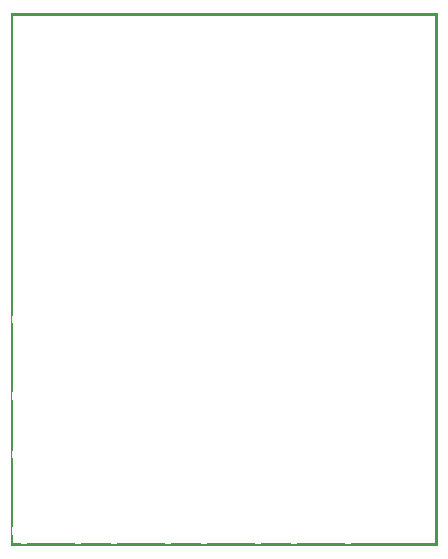
<source format=gbo>
G04 MADE WITH FRITZING*
G04 WWW.FRITZING.ORG*
G04 DOUBLE SIDED*
G04 HOLES PLATED*
G04 CONTOUR ON CENTER OF CONTOUR VECTOR*
%ASAXBY*%
%FSLAX23Y23*%
%MOIN*%
%OFA0B0*%
%SFA1.0B1.0*%
%ADD10R,0.001000X0.001000*%
%LNSILK0*%
G90*
G70*
G54D10*
X0Y1776D02*
X1422Y1776D01*
X0Y1775D02*
X1422Y1775D01*
X0Y1774D02*
X1422Y1774D01*
X0Y1773D02*
X1422Y1773D01*
X0Y1772D02*
X1422Y1772D01*
X0Y1771D02*
X1422Y1771D01*
X0Y1770D02*
X1422Y1770D01*
X0Y1769D02*
X1422Y1769D01*
X0Y1768D02*
X7Y1768D01*
X1415Y1768D02*
X1422Y1768D01*
X0Y1767D02*
X7Y1767D01*
X1415Y1767D02*
X1422Y1767D01*
X0Y1766D02*
X7Y1766D01*
X1415Y1766D02*
X1422Y1766D01*
X0Y1765D02*
X7Y1765D01*
X1415Y1765D02*
X1422Y1765D01*
X0Y1764D02*
X7Y1764D01*
X1415Y1764D02*
X1422Y1764D01*
X0Y1763D02*
X7Y1763D01*
X1415Y1763D02*
X1422Y1763D01*
X0Y1762D02*
X7Y1762D01*
X1415Y1762D02*
X1422Y1762D01*
X0Y1761D02*
X7Y1761D01*
X1415Y1761D02*
X1422Y1761D01*
X0Y1760D02*
X7Y1760D01*
X1415Y1760D02*
X1422Y1760D01*
X0Y1759D02*
X7Y1759D01*
X1415Y1759D02*
X1422Y1759D01*
X0Y1758D02*
X7Y1758D01*
X1415Y1758D02*
X1422Y1758D01*
X0Y1757D02*
X7Y1757D01*
X1415Y1757D02*
X1422Y1757D01*
X0Y1756D02*
X7Y1756D01*
X1415Y1756D02*
X1422Y1756D01*
X0Y1755D02*
X7Y1755D01*
X1415Y1755D02*
X1422Y1755D01*
X0Y1754D02*
X7Y1754D01*
X1415Y1754D02*
X1422Y1754D01*
X0Y1753D02*
X7Y1753D01*
X1415Y1753D02*
X1422Y1753D01*
X0Y1752D02*
X7Y1752D01*
X1415Y1752D02*
X1422Y1752D01*
X0Y1751D02*
X7Y1751D01*
X1415Y1751D02*
X1422Y1751D01*
X0Y1750D02*
X7Y1750D01*
X1415Y1750D02*
X1422Y1750D01*
X0Y1749D02*
X7Y1749D01*
X1415Y1749D02*
X1422Y1749D01*
X0Y1748D02*
X7Y1748D01*
X1415Y1748D02*
X1422Y1748D01*
X0Y1747D02*
X7Y1747D01*
X1415Y1747D02*
X1422Y1747D01*
X0Y1746D02*
X7Y1746D01*
X1415Y1746D02*
X1422Y1746D01*
X0Y1745D02*
X7Y1745D01*
X1415Y1745D02*
X1422Y1745D01*
X0Y1744D02*
X7Y1744D01*
X1415Y1744D02*
X1422Y1744D01*
X0Y1743D02*
X7Y1743D01*
X1415Y1743D02*
X1422Y1743D01*
X0Y1742D02*
X7Y1742D01*
X1415Y1742D02*
X1422Y1742D01*
X0Y1741D02*
X7Y1741D01*
X1415Y1741D02*
X1422Y1741D01*
X0Y1740D02*
X7Y1740D01*
X1415Y1740D02*
X1422Y1740D01*
X0Y1739D02*
X7Y1739D01*
X1415Y1739D02*
X1422Y1739D01*
X0Y1738D02*
X7Y1738D01*
X1415Y1738D02*
X1422Y1738D01*
X0Y1737D02*
X7Y1737D01*
X1415Y1737D02*
X1422Y1737D01*
X0Y1736D02*
X7Y1736D01*
X1415Y1736D02*
X1422Y1736D01*
X0Y1735D02*
X7Y1735D01*
X1415Y1735D02*
X1422Y1735D01*
X0Y1734D02*
X7Y1734D01*
X1415Y1734D02*
X1422Y1734D01*
X0Y1733D02*
X7Y1733D01*
X1415Y1733D02*
X1422Y1733D01*
X0Y1732D02*
X7Y1732D01*
X1415Y1732D02*
X1422Y1732D01*
X0Y1731D02*
X7Y1731D01*
X1415Y1731D02*
X1422Y1731D01*
X0Y1730D02*
X7Y1730D01*
X1415Y1730D02*
X1422Y1730D01*
X0Y1729D02*
X7Y1729D01*
X1415Y1729D02*
X1422Y1729D01*
X0Y1728D02*
X7Y1728D01*
X1415Y1728D02*
X1422Y1728D01*
X0Y1727D02*
X7Y1727D01*
X1415Y1727D02*
X1422Y1727D01*
X0Y1726D02*
X7Y1726D01*
X1415Y1726D02*
X1422Y1726D01*
X0Y1725D02*
X7Y1725D01*
X1415Y1725D02*
X1422Y1725D01*
X0Y1724D02*
X7Y1724D01*
X1415Y1724D02*
X1422Y1724D01*
X0Y1723D02*
X7Y1723D01*
X1415Y1723D02*
X1422Y1723D01*
X0Y1722D02*
X7Y1722D01*
X1415Y1722D02*
X1422Y1722D01*
X0Y1721D02*
X7Y1721D01*
X1415Y1721D02*
X1422Y1721D01*
X0Y1720D02*
X7Y1720D01*
X1415Y1720D02*
X1422Y1720D01*
X0Y1719D02*
X7Y1719D01*
X1415Y1719D02*
X1422Y1719D01*
X0Y1718D02*
X7Y1718D01*
X1415Y1718D02*
X1422Y1718D01*
X0Y1717D02*
X7Y1717D01*
X1415Y1717D02*
X1422Y1717D01*
X0Y1716D02*
X7Y1716D01*
X1415Y1716D02*
X1422Y1716D01*
X0Y1715D02*
X7Y1715D01*
X1415Y1715D02*
X1422Y1715D01*
X0Y1714D02*
X7Y1714D01*
X1415Y1714D02*
X1422Y1714D01*
X0Y1713D02*
X7Y1713D01*
X1415Y1713D02*
X1422Y1713D01*
X0Y1712D02*
X7Y1712D01*
X1415Y1712D02*
X1422Y1712D01*
X0Y1711D02*
X7Y1711D01*
X1415Y1711D02*
X1422Y1711D01*
X0Y1710D02*
X7Y1710D01*
X1415Y1710D02*
X1422Y1710D01*
X0Y1709D02*
X7Y1709D01*
X1415Y1709D02*
X1422Y1709D01*
X0Y1708D02*
X7Y1708D01*
X1415Y1708D02*
X1422Y1708D01*
X0Y1707D02*
X7Y1707D01*
X1415Y1707D02*
X1422Y1707D01*
X0Y1706D02*
X7Y1706D01*
X1415Y1706D02*
X1422Y1706D01*
X0Y1705D02*
X7Y1705D01*
X1415Y1705D02*
X1422Y1705D01*
X0Y1704D02*
X7Y1704D01*
X1415Y1704D02*
X1422Y1704D01*
X0Y1703D02*
X7Y1703D01*
X1415Y1703D02*
X1422Y1703D01*
X0Y1702D02*
X7Y1702D01*
X1415Y1702D02*
X1422Y1702D01*
X0Y1701D02*
X7Y1701D01*
X1415Y1701D02*
X1422Y1701D01*
X0Y1700D02*
X7Y1700D01*
X1415Y1700D02*
X1422Y1700D01*
X0Y1699D02*
X7Y1699D01*
X1415Y1699D02*
X1422Y1699D01*
X0Y1698D02*
X7Y1698D01*
X1415Y1698D02*
X1422Y1698D01*
X0Y1697D02*
X7Y1697D01*
X1415Y1697D02*
X1422Y1697D01*
X0Y1696D02*
X7Y1696D01*
X1415Y1696D02*
X1422Y1696D01*
X0Y1695D02*
X7Y1695D01*
X1415Y1695D02*
X1422Y1695D01*
X0Y1694D02*
X7Y1694D01*
X1415Y1694D02*
X1422Y1694D01*
X0Y1693D02*
X7Y1693D01*
X1415Y1693D02*
X1422Y1693D01*
X0Y1692D02*
X7Y1692D01*
X1415Y1692D02*
X1422Y1692D01*
X0Y1691D02*
X7Y1691D01*
X1415Y1691D02*
X1422Y1691D01*
X0Y1690D02*
X7Y1690D01*
X1415Y1690D02*
X1422Y1690D01*
X0Y1689D02*
X7Y1689D01*
X1415Y1689D02*
X1422Y1689D01*
X0Y1688D02*
X7Y1688D01*
X1415Y1688D02*
X1422Y1688D01*
X0Y1687D02*
X7Y1687D01*
X1415Y1687D02*
X1422Y1687D01*
X0Y1686D02*
X7Y1686D01*
X1415Y1686D02*
X1422Y1686D01*
X0Y1685D02*
X7Y1685D01*
X1415Y1685D02*
X1422Y1685D01*
X0Y1684D02*
X7Y1684D01*
X1415Y1684D02*
X1422Y1684D01*
X0Y1683D02*
X7Y1683D01*
X1415Y1683D02*
X1422Y1683D01*
X0Y1682D02*
X7Y1682D01*
X1415Y1682D02*
X1422Y1682D01*
X0Y1681D02*
X7Y1681D01*
X1415Y1681D02*
X1422Y1681D01*
X0Y1680D02*
X7Y1680D01*
X1415Y1680D02*
X1422Y1680D01*
X0Y1679D02*
X7Y1679D01*
X1415Y1679D02*
X1422Y1679D01*
X0Y1678D02*
X7Y1678D01*
X1415Y1678D02*
X1422Y1678D01*
X0Y1677D02*
X7Y1677D01*
X1415Y1677D02*
X1422Y1677D01*
X0Y1676D02*
X7Y1676D01*
X1415Y1676D02*
X1422Y1676D01*
X0Y1675D02*
X7Y1675D01*
X1415Y1675D02*
X1422Y1675D01*
X0Y1674D02*
X7Y1674D01*
X1415Y1674D02*
X1422Y1674D01*
X0Y1673D02*
X7Y1673D01*
X1415Y1673D02*
X1422Y1673D01*
X0Y1672D02*
X7Y1672D01*
X1415Y1672D02*
X1422Y1672D01*
X0Y1671D02*
X7Y1671D01*
X1415Y1671D02*
X1422Y1671D01*
X0Y1670D02*
X7Y1670D01*
X1415Y1670D02*
X1422Y1670D01*
X0Y1669D02*
X7Y1669D01*
X1415Y1669D02*
X1422Y1669D01*
X0Y1668D02*
X7Y1668D01*
X1415Y1668D02*
X1422Y1668D01*
X0Y1667D02*
X7Y1667D01*
X1415Y1667D02*
X1422Y1667D01*
X0Y1666D02*
X7Y1666D01*
X1415Y1666D02*
X1422Y1666D01*
X0Y1665D02*
X7Y1665D01*
X1415Y1665D02*
X1422Y1665D01*
X0Y1664D02*
X7Y1664D01*
X1415Y1664D02*
X1422Y1664D01*
X0Y1663D02*
X7Y1663D01*
X1415Y1663D02*
X1422Y1663D01*
X0Y1662D02*
X7Y1662D01*
X1415Y1662D02*
X1422Y1662D01*
X0Y1661D02*
X7Y1661D01*
X1415Y1661D02*
X1422Y1661D01*
X0Y1660D02*
X7Y1660D01*
X1415Y1660D02*
X1422Y1660D01*
X0Y1659D02*
X7Y1659D01*
X1415Y1659D02*
X1422Y1659D01*
X0Y1658D02*
X7Y1658D01*
X1415Y1658D02*
X1422Y1658D01*
X0Y1657D02*
X7Y1657D01*
X1415Y1657D02*
X1422Y1657D01*
X0Y1656D02*
X7Y1656D01*
X1415Y1656D02*
X1422Y1656D01*
X0Y1655D02*
X7Y1655D01*
X1415Y1655D02*
X1422Y1655D01*
X0Y1654D02*
X7Y1654D01*
X1415Y1654D02*
X1422Y1654D01*
X0Y1653D02*
X7Y1653D01*
X1415Y1653D02*
X1422Y1653D01*
X0Y1652D02*
X7Y1652D01*
X1415Y1652D02*
X1422Y1652D01*
X0Y1651D02*
X7Y1651D01*
X1415Y1651D02*
X1422Y1651D01*
X0Y1650D02*
X7Y1650D01*
X1415Y1650D02*
X1422Y1650D01*
X0Y1649D02*
X7Y1649D01*
X1415Y1649D02*
X1422Y1649D01*
X0Y1648D02*
X7Y1648D01*
X1415Y1648D02*
X1422Y1648D01*
X0Y1647D02*
X7Y1647D01*
X1415Y1647D02*
X1422Y1647D01*
X0Y1646D02*
X7Y1646D01*
X1415Y1646D02*
X1422Y1646D01*
X0Y1645D02*
X7Y1645D01*
X1415Y1645D02*
X1422Y1645D01*
X0Y1644D02*
X7Y1644D01*
X1415Y1644D02*
X1422Y1644D01*
X0Y1643D02*
X7Y1643D01*
X1415Y1643D02*
X1422Y1643D01*
X0Y1642D02*
X7Y1642D01*
X1415Y1642D02*
X1422Y1642D01*
X0Y1641D02*
X7Y1641D01*
X1415Y1641D02*
X1422Y1641D01*
X0Y1640D02*
X7Y1640D01*
X1415Y1640D02*
X1422Y1640D01*
X0Y1639D02*
X7Y1639D01*
X1415Y1639D02*
X1422Y1639D01*
X0Y1638D02*
X7Y1638D01*
X1415Y1638D02*
X1422Y1638D01*
X0Y1637D02*
X7Y1637D01*
X1415Y1637D02*
X1422Y1637D01*
X0Y1636D02*
X7Y1636D01*
X1415Y1636D02*
X1422Y1636D01*
X0Y1635D02*
X7Y1635D01*
X1415Y1635D02*
X1422Y1635D01*
X0Y1634D02*
X7Y1634D01*
X1415Y1634D02*
X1422Y1634D01*
X0Y1633D02*
X7Y1633D01*
X1415Y1633D02*
X1422Y1633D01*
X0Y1632D02*
X7Y1632D01*
X1415Y1632D02*
X1422Y1632D01*
X0Y1631D02*
X7Y1631D01*
X1415Y1631D02*
X1422Y1631D01*
X0Y1630D02*
X7Y1630D01*
X1415Y1630D02*
X1422Y1630D01*
X0Y1629D02*
X7Y1629D01*
X1415Y1629D02*
X1422Y1629D01*
X0Y1628D02*
X7Y1628D01*
X1415Y1628D02*
X1422Y1628D01*
X0Y1627D02*
X7Y1627D01*
X1415Y1627D02*
X1422Y1627D01*
X0Y1626D02*
X7Y1626D01*
X1415Y1626D02*
X1422Y1626D01*
X0Y1625D02*
X7Y1625D01*
X1415Y1625D02*
X1422Y1625D01*
X0Y1624D02*
X7Y1624D01*
X1415Y1624D02*
X1422Y1624D01*
X0Y1623D02*
X7Y1623D01*
X1415Y1623D02*
X1422Y1623D01*
X0Y1622D02*
X7Y1622D01*
X1415Y1622D02*
X1422Y1622D01*
X0Y1621D02*
X7Y1621D01*
X1415Y1621D02*
X1422Y1621D01*
X0Y1620D02*
X7Y1620D01*
X1415Y1620D02*
X1422Y1620D01*
X0Y1619D02*
X7Y1619D01*
X1415Y1619D02*
X1422Y1619D01*
X0Y1618D02*
X7Y1618D01*
X1415Y1618D02*
X1422Y1618D01*
X0Y1617D02*
X7Y1617D01*
X1415Y1617D02*
X1422Y1617D01*
X0Y1616D02*
X7Y1616D01*
X1415Y1616D02*
X1422Y1616D01*
X0Y1615D02*
X7Y1615D01*
X1415Y1615D02*
X1422Y1615D01*
X0Y1614D02*
X7Y1614D01*
X1415Y1614D02*
X1422Y1614D01*
X0Y1613D02*
X7Y1613D01*
X1415Y1613D02*
X1422Y1613D01*
X0Y1612D02*
X7Y1612D01*
X1415Y1612D02*
X1422Y1612D01*
X0Y1611D02*
X7Y1611D01*
X1415Y1611D02*
X1422Y1611D01*
X0Y1610D02*
X7Y1610D01*
X1415Y1610D02*
X1422Y1610D01*
X0Y1609D02*
X7Y1609D01*
X1415Y1609D02*
X1422Y1609D01*
X0Y1608D02*
X7Y1608D01*
X1415Y1608D02*
X1422Y1608D01*
X0Y1607D02*
X7Y1607D01*
X1415Y1607D02*
X1422Y1607D01*
X0Y1606D02*
X7Y1606D01*
X1415Y1606D02*
X1422Y1606D01*
X0Y1605D02*
X7Y1605D01*
X1415Y1605D02*
X1422Y1605D01*
X0Y1604D02*
X7Y1604D01*
X1415Y1604D02*
X1422Y1604D01*
X0Y1603D02*
X7Y1603D01*
X1415Y1603D02*
X1422Y1603D01*
X0Y1602D02*
X7Y1602D01*
X1415Y1602D02*
X1422Y1602D01*
X0Y1601D02*
X7Y1601D01*
X1415Y1601D02*
X1422Y1601D01*
X0Y1600D02*
X7Y1600D01*
X1415Y1600D02*
X1422Y1600D01*
X0Y1599D02*
X7Y1599D01*
X1415Y1599D02*
X1422Y1599D01*
X0Y1598D02*
X7Y1598D01*
X1415Y1598D02*
X1422Y1598D01*
X0Y1597D02*
X7Y1597D01*
X1415Y1597D02*
X1422Y1597D01*
X0Y1596D02*
X7Y1596D01*
X1415Y1596D02*
X1422Y1596D01*
X0Y1595D02*
X7Y1595D01*
X1415Y1595D02*
X1422Y1595D01*
X0Y1594D02*
X7Y1594D01*
X1415Y1594D02*
X1422Y1594D01*
X0Y1593D02*
X7Y1593D01*
X1415Y1593D02*
X1422Y1593D01*
X0Y1592D02*
X7Y1592D01*
X1415Y1592D02*
X1422Y1592D01*
X0Y1591D02*
X7Y1591D01*
X1415Y1591D02*
X1422Y1591D01*
X0Y1590D02*
X7Y1590D01*
X1415Y1590D02*
X1422Y1590D01*
X0Y1589D02*
X7Y1589D01*
X1415Y1589D02*
X1422Y1589D01*
X0Y1588D02*
X7Y1588D01*
X1415Y1588D02*
X1422Y1588D01*
X0Y1587D02*
X7Y1587D01*
X1415Y1587D02*
X1422Y1587D01*
X0Y1586D02*
X7Y1586D01*
X1415Y1586D02*
X1422Y1586D01*
X0Y1585D02*
X7Y1585D01*
X1415Y1585D02*
X1422Y1585D01*
X0Y1584D02*
X7Y1584D01*
X1415Y1584D02*
X1422Y1584D01*
X0Y1583D02*
X7Y1583D01*
X1415Y1583D02*
X1422Y1583D01*
X0Y1582D02*
X7Y1582D01*
X1415Y1582D02*
X1422Y1582D01*
X0Y1581D02*
X7Y1581D01*
X1415Y1581D02*
X1422Y1581D01*
X0Y1580D02*
X7Y1580D01*
X1415Y1580D02*
X1422Y1580D01*
X0Y1579D02*
X7Y1579D01*
X1415Y1579D02*
X1422Y1579D01*
X0Y1578D02*
X7Y1578D01*
X1415Y1578D02*
X1422Y1578D01*
X0Y1577D02*
X7Y1577D01*
X1415Y1577D02*
X1422Y1577D01*
X0Y1576D02*
X7Y1576D01*
X1415Y1576D02*
X1422Y1576D01*
X0Y1575D02*
X7Y1575D01*
X1415Y1575D02*
X1422Y1575D01*
X0Y1574D02*
X7Y1574D01*
X1415Y1574D02*
X1422Y1574D01*
X0Y1573D02*
X7Y1573D01*
X1415Y1573D02*
X1422Y1573D01*
X0Y1572D02*
X7Y1572D01*
X1415Y1572D02*
X1422Y1572D01*
X0Y1571D02*
X7Y1571D01*
X1415Y1571D02*
X1422Y1571D01*
X0Y1570D02*
X7Y1570D01*
X1415Y1570D02*
X1422Y1570D01*
X0Y1569D02*
X7Y1569D01*
X1415Y1569D02*
X1422Y1569D01*
X0Y1568D02*
X7Y1568D01*
X1415Y1568D02*
X1422Y1568D01*
X0Y1567D02*
X7Y1567D01*
X1415Y1567D02*
X1422Y1567D01*
X0Y1566D02*
X7Y1566D01*
X1415Y1566D02*
X1422Y1566D01*
X0Y1565D02*
X7Y1565D01*
X1415Y1565D02*
X1422Y1565D01*
X0Y1564D02*
X7Y1564D01*
X1415Y1564D02*
X1422Y1564D01*
X0Y1563D02*
X7Y1563D01*
X1415Y1563D02*
X1422Y1563D01*
X0Y1562D02*
X7Y1562D01*
X1415Y1562D02*
X1422Y1562D01*
X0Y1561D02*
X7Y1561D01*
X1415Y1561D02*
X1422Y1561D01*
X0Y1560D02*
X7Y1560D01*
X1415Y1560D02*
X1422Y1560D01*
X0Y1559D02*
X7Y1559D01*
X1415Y1559D02*
X1422Y1559D01*
X0Y1558D02*
X7Y1558D01*
X1415Y1558D02*
X1422Y1558D01*
X0Y1557D02*
X7Y1557D01*
X1415Y1557D02*
X1422Y1557D01*
X0Y1556D02*
X7Y1556D01*
X1415Y1556D02*
X1422Y1556D01*
X0Y1555D02*
X7Y1555D01*
X1415Y1555D02*
X1422Y1555D01*
X0Y1554D02*
X7Y1554D01*
X1415Y1554D02*
X1422Y1554D01*
X0Y1553D02*
X7Y1553D01*
X1415Y1553D02*
X1422Y1553D01*
X0Y1552D02*
X7Y1552D01*
X1415Y1552D02*
X1422Y1552D01*
X0Y1551D02*
X7Y1551D01*
X1415Y1551D02*
X1422Y1551D01*
X0Y1550D02*
X7Y1550D01*
X1415Y1550D02*
X1422Y1550D01*
X0Y1549D02*
X7Y1549D01*
X1415Y1549D02*
X1422Y1549D01*
X0Y1548D02*
X7Y1548D01*
X1415Y1548D02*
X1422Y1548D01*
X0Y1547D02*
X7Y1547D01*
X1415Y1547D02*
X1422Y1547D01*
X0Y1546D02*
X7Y1546D01*
X1415Y1546D02*
X1422Y1546D01*
X0Y1545D02*
X7Y1545D01*
X1415Y1545D02*
X1422Y1545D01*
X0Y1544D02*
X7Y1544D01*
X1415Y1544D02*
X1422Y1544D01*
X0Y1543D02*
X7Y1543D01*
X1415Y1543D02*
X1422Y1543D01*
X0Y1542D02*
X7Y1542D01*
X1415Y1542D02*
X1422Y1542D01*
X0Y1541D02*
X7Y1541D01*
X1415Y1541D02*
X1422Y1541D01*
X0Y1540D02*
X7Y1540D01*
X1415Y1540D02*
X1422Y1540D01*
X0Y1539D02*
X7Y1539D01*
X1415Y1539D02*
X1422Y1539D01*
X0Y1538D02*
X7Y1538D01*
X1415Y1538D02*
X1422Y1538D01*
X0Y1537D02*
X7Y1537D01*
X1415Y1537D02*
X1422Y1537D01*
X0Y1536D02*
X7Y1536D01*
X1415Y1536D02*
X1422Y1536D01*
X0Y1535D02*
X7Y1535D01*
X1415Y1535D02*
X1422Y1535D01*
X0Y1534D02*
X7Y1534D01*
X1415Y1534D02*
X1422Y1534D01*
X0Y1533D02*
X7Y1533D01*
X1415Y1533D02*
X1422Y1533D01*
X0Y1532D02*
X7Y1532D01*
X1415Y1532D02*
X1422Y1532D01*
X0Y1531D02*
X7Y1531D01*
X1415Y1531D02*
X1422Y1531D01*
X0Y1530D02*
X7Y1530D01*
X1415Y1530D02*
X1422Y1530D01*
X0Y1529D02*
X7Y1529D01*
X1415Y1529D02*
X1422Y1529D01*
X0Y1528D02*
X7Y1528D01*
X1415Y1528D02*
X1422Y1528D01*
X0Y1527D02*
X7Y1527D01*
X1415Y1527D02*
X1422Y1527D01*
X0Y1526D02*
X7Y1526D01*
X1415Y1526D02*
X1422Y1526D01*
X0Y1525D02*
X7Y1525D01*
X1415Y1525D02*
X1422Y1525D01*
X0Y1524D02*
X7Y1524D01*
X1415Y1524D02*
X1422Y1524D01*
X0Y1523D02*
X7Y1523D01*
X1415Y1523D02*
X1422Y1523D01*
X0Y1522D02*
X7Y1522D01*
X1415Y1522D02*
X1422Y1522D01*
X0Y1521D02*
X7Y1521D01*
X1415Y1521D02*
X1422Y1521D01*
X0Y1520D02*
X7Y1520D01*
X1415Y1520D02*
X1422Y1520D01*
X0Y1519D02*
X7Y1519D01*
X1415Y1519D02*
X1422Y1519D01*
X0Y1518D02*
X7Y1518D01*
X1415Y1518D02*
X1422Y1518D01*
X0Y1517D02*
X7Y1517D01*
X1415Y1517D02*
X1422Y1517D01*
X0Y1516D02*
X7Y1516D01*
X1415Y1516D02*
X1422Y1516D01*
X0Y1515D02*
X7Y1515D01*
X1415Y1515D02*
X1422Y1515D01*
X0Y1514D02*
X7Y1514D01*
X1415Y1514D02*
X1422Y1514D01*
X0Y1513D02*
X7Y1513D01*
X1415Y1513D02*
X1422Y1513D01*
X0Y1512D02*
X7Y1512D01*
X1415Y1512D02*
X1422Y1512D01*
X0Y1511D02*
X7Y1511D01*
X1415Y1511D02*
X1422Y1511D01*
X0Y1510D02*
X7Y1510D01*
X1415Y1510D02*
X1422Y1510D01*
X0Y1509D02*
X7Y1509D01*
X1415Y1509D02*
X1422Y1509D01*
X0Y1508D02*
X7Y1508D01*
X1415Y1508D02*
X1422Y1508D01*
X0Y1507D02*
X7Y1507D01*
X1415Y1507D02*
X1422Y1507D01*
X0Y1506D02*
X7Y1506D01*
X1415Y1506D02*
X1422Y1506D01*
X0Y1505D02*
X7Y1505D01*
X1415Y1505D02*
X1422Y1505D01*
X0Y1504D02*
X7Y1504D01*
X1415Y1504D02*
X1422Y1504D01*
X0Y1503D02*
X7Y1503D01*
X1415Y1503D02*
X1422Y1503D01*
X0Y1502D02*
X7Y1502D01*
X1415Y1502D02*
X1422Y1502D01*
X0Y1501D02*
X7Y1501D01*
X1415Y1501D02*
X1422Y1501D01*
X0Y1500D02*
X7Y1500D01*
X1415Y1500D02*
X1422Y1500D01*
X0Y1499D02*
X7Y1499D01*
X1415Y1499D02*
X1422Y1499D01*
X0Y1498D02*
X7Y1498D01*
X1415Y1498D02*
X1422Y1498D01*
X0Y1497D02*
X7Y1497D01*
X1415Y1497D02*
X1422Y1497D01*
X0Y1496D02*
X7Y1496D01*
X1415Y1496D02*
X1422Y1496D01*
X0Y1495D02*
X7Y1495D01*
X1415Y1495D02*
X1422Y1495D01*
X0Y1494D02*
X7Y1494D01*
X1415Y1494D02*
X1422Y1494D01*
X0Y1493D02*
X7Y1493D01*
X1415Y1493D02*
X1422Y1493D01*
X0Y1492D02*
X7Y1492D01*
X1415Y1492D02*
X1422Y1492D01*
X0Y1491D02*
X7Y1491D01*
X1415Y1491D02*
X1422Y1491D01*
X0Y1490D02*
X7Y1490D01*
X1415Y1490D02*
X1422Y1490D01*
X0Y1489D02*
X7Y1489D01*
X1415Y1489D02*
X1422Y1489D01*
X0Y1488D02*
X7Y1488D01*
X1415Y1488D02*
X1422Y1488D01*
X0Y1487D02*
X7Y1487D01*
X1415Y1487D02*
X1422Y1487D01*
X0Y1486D02*
X7Y1486D01*
X1415Y1486D02*
X1422Y1486D01*
X0Y1485D02*
X7Y1485D01*
X1415Y1485D02*
X1422Y1485D01*
X0Y1484D02*
X7Y1484D01*
X1415Y1484D02*
X1422Y1484D01*
X0Y1483D02*
X7Y1483D01*
X1415Y1483D02*
X1422Y1483D01*
X0Y1482D02*
X7Y1482D01*
X1415Y1482D02*
X1422Y1482D01*
X0Y1481D02*
X7Y1481D01*
X1415Y1481D02*
X1422Y1481D01*
X0Y1480D02*
X7Y1480D01*
X1415Y1480D02*
X1422Y1480D01*
X0Y1479D02*
X7Y1479D01*
X1415Y1479D02*
X1422Y1479D01*
X0Y1478D02*
X7Y1478D01*
X1415Y1478D02*
X1422Y1478D01*
X0Y1477D02*
X7Y1477D01*
X1415Y1477D02*
X1422Y1477D01*
X0Y1476D02*
X7Y1476D01*
X1415Y1476D02*
X1422Y1476D01*
X0Y1475D02*
X7Y1475D01*
X1415Y1475D02*
X1422Y1475D01*
X0Y1474D02*
X7Y1474D01*
X1415Y1474D02*
X1422Y1474D01*
X0Y1473D02*
X7Y1473D01*
X1415Y1473D02*
X1422Y1473D01*
X0Y1472D02*
X7Y1472D01*
X1415Y1472D02*
X1422Y1472D01*
X0Y1471D02*
X7Y1471D01*
X1415Y1471D02*
X1422Y1471D01*
X0Y1470D02*
X7Y1470D01*
X1415Y1470D02*
X1422Y1470D01*
X0Y1469D02*
X7Y1469D01*
X1415Y1469D02*
X1422Y1469D01*
X0Y1468D02*
X7Y1468D01*
X1415Y1468D02*
X1422Y1468D01*
X0Y1467D02*
X7Y1467D01*
X1415Y1467D02*
X1422Y1467D01*
X0Y1466D02*
X7Y1466D01*
X1415Y1466D02*
X1422Y1466D01*
X0Y1465D02*
X7Y1465D01*
X1415Y1465D02*
X1422Y1465D01*
X0Y1464D02*
X7Y1464D01*
X1415Y1464D02*
X1422Y1464D01*
X0Y1463D02*
X7Y1463D01*
X1415Y1463D02*
X1422Y1463D01*
X0Y1462D02*
X7Y1462D01*
X1415Y1462D02*
X1422Y1462D01*
X0Y1461D02*
X7Y1461D01*
X1415Y1461D02*
X1422Y1461D01*
X0Y1460D02*
X7Y1460D01*
X1415Y1460D02*
X1422Y1460D01*
X0Y1459D02*
X7Y1459D01*
X1415Y1459D02*
X1422Y1459D01*
X0Y1458D02*
X7Y1458D01*
X1415Y1458D02*
X1422Y1458D01*
X0Y1457D02*
X7Y1457D01*
X1415Y1457D02*
X1422Y1457D01*
X0Y1456D02*
X7Y1456D01*
X1415Y1456D02*
X1422Y1456D01*
X0Y1455D02*
X7Y1455D01*
X1415Y1455D02*
X1422Y1455D01*
X0Y1454D02*
X7Y1454D01*
X1415Y1454D02*
X1422Y1454D01*
X0Y1453D02*
X7Y1453D01*
X1415Y1453D02*
X1422Y1453D01*
X0Y1452D02*
X7Y1452D01*
X1415Y1452D02*
X1422Y1452D01*
X0Y1451D02*
X7Y1451D01*
X1415Y1451D02*
X1422Y1451D01*
X0Y1450D02*
X7Y1450D01*
X1415Y1450D02*
X1422Y1450D01*
X0Y1449D02*
X7Y1449D01*
X1415Y1449D02*
X1422Y1449D01*
X0Y1448D02*
X7Y1448D01*
X1415Y1448D02*
X1422Y1448D01*
X0Y1447D02*
X7Y1447D01*
X1415Y1447D02*
X1422Y1447D01*
X0Y1446D02*
X7Y1446D01*
X1415Y1446D02*
X1422Y1446D01*
X0Y1445D02*
X7Y1445D01*
X1415Y1445D02*
X1422Y1445D01*
X0Y1444D02*
X7Y1444D01*
X1415Y1444D02*
X1422Y1444D01*
X0Y1443D02*
X7Y1443D01*
X1415Y1443D02*
X1422Y1443D01*
X0Y1442D02*
X7Y1442D01*
X1415Y1442D02*
X1422Y1442D01*
X0Y1441D02*
X7Y1441D01*
X1415Y1441D02*
X1422Y1441D01*
X0Y1440D02*
X7Y1440D01*
X1415Y1440D02*
X1422Y1440D01*
X0Y1439D02*
X7Y1439D01*
X1415Y1439D02*
X1422Y1439D01*
X0Y1438D02*
X7Y1438D01*
X1415Y1438D02*
X1422Y1438D01*
X0Y1437D02*
X7Y1437D01*
X1415Y1437D02*
X1422Y1437D01*
X0Y1436D02*
X7Y1436D01*
X1415Y1436D02*
X1422Y1436D01*
X0Y1435D02*
X7Y1435D01*
X1415Y1435D02*
X1422Y1435D01*
X0Y1434D02*
X7Y1434D01*
X1415Y1434D02*
X1422Y1434D01*
X0Y1433D02*
X7Y1433D01*
X1415Y1433D02*
X1422Y1433D01*
X0Y1432D02*
X7Y1432D01*
X1415Y1432D02*
X1422Y1432D01*
X0Y1431D02*
X7Y1431D01*
X1415Y1431D02*
X1422Y1431D01*
X0Y1430D02*
X7Y1430D01*
X1415Y1430D02*
X1422Y1430D01*
X0Y1429D02*
X7Y1429D01*
X1415Y1429D02*
X1422Y1429D01*
X0Y1428D02*
X7Y1428D01*
X1415Y1428D02*
X1422Y1428D01*
X0Y1427D02*
X7Y1427D01*
X1415Y1427D02*
X1422Y1427D01*
X0Y1426D02*
X7Y1426D01*
X1415Y1426D02*
X1422Y1426D01*
X0Y1425D02*
X7Y1425D01*
X1415Y1425D02*
X1422Y1425D01*
X0Y1424D02*
X7Y1424D01*
X1415Y1424D02*
X1422Y1424D01*
X0Y1423D02*
X7Y1423D01*
X1415Y1423D02*
X1422Y1423D01*
X0Y1422D02*
X7Y1422D01*
X1415Y1422D02*
X1422Y1422D01*
X0Y1421D02*
X7Y1421D01*
X1415Y1421D02*
X1422Y1421D01*
X0Y1420D02*
X7Y1420D01*
X1415Y1420D02*
X1422Y1420D01*
X0Y1419D02*
X7Y1419D01*
X1415Y1419D02*
X1422Y1419D01*
X0Y1418D02*
X7Y1418D01*
X1415Y1418D02*
X1422Y1418D01*
X0Y1417D02*
X7Y1417D01*
X1415Y1417D02*
X1422Y1417D01*
X0Y1416D02*
X7Y1416D01*
X1415Y1416D02*
X1422Y1416D01*
X0Y1415D02*
X7Y1415D01*
X1415Y1415D02*
X1422Y1415D01*
X0Y1414D02*
X7Y1414D01*
X1415Y1414D02*
X1422Y1414D01*
X0Y1413D02*
X7Y1413D01*
X1415Y1413D02*
X1422Y1413D01*
X0Y1412D02*
X7Y1412D01*
X1415Y1412D02*
X1422Y1412D01*
X0Y1411D02*
X7Y1411D01*
X1415Y1411D02*
X1422Y1411D01*
X0Y1410D02*
X7Y1410D01*
X1415Y1410D02*
X1422Y1410D01*
X0Y1409D02*
X7Y1409D01*
X1415Y1409D02*
X1422Y1409D01*
X0Y1408D02*
X7Y1408D01*
X1415Y1408D02*
X1422Y1408D01*
X0Y1407D02*
X7Y1407D01*
X1415Y1407D02*
X1422Y1407D01*
X0Y1406D02*
X7Y1406D01*
X1415Y1406D02*
X1422Y1406D01*
X0Y1405D02*
X7Y1405D01*
X1415Y1405D02*
X1422Y1405D01*
X0Y1404D02*
X7Y1404D01*
X1415Y1404D02*
X1422Y1404D01*
X0Y1403D02*
X7Y1403D01*
X1415Y1403D02*
X1422Y1403D01*
X0Y1402D02*
X7Y1402D01*
X1415Y1402D02*
X1422Y1402D01*
X0Y1401D02*
X7Y1401D01*
X1415Y1401D02*
X1422Y1401D01*
X0Y1400D02*
X7Y1400D01*
X1415Y1400D02*
X1422Y1400D01*
X0Y1399D02*
X7Y1399D01*
X1415Y1399D02*
X1422Y1399D01*
X0Y1398D02*
X7Y1398D01*
X1415Y1398D02*
X1422Y1398D01*
X0Y1397D02*
X7Y1397D01*
X1415Y1397D02*
X1422Y1397D01*
X0Y1396D02*
X7Y1396D01*
X1415Y1396D02*
X1422Y1396D01*
X0Y1395D02*
X7Y1395D01*
X1415Y1395D02*
X1422Y1395D01*
X0Y1394D02*
X7Y1394D01*
X1415Y1394D02*
X1422Y1394D01*
X0Y1393D02*
X7Y1393D01*
X1415Y1393D02*
X1422Y1393D01*
X0Y1392D02*
X7Y1392D01*
X1415Y1392D02*
X1422Y1392D01*
X0Y1391D02*
X7Y1391D01*
X1415Y1391D02*
X1422Y1391D01*
X0Y1390D02*
X7Y1390D01*
X1415Y1390D02*
X1422Y1390D01*
X0Y1389D02*
X7Y1389D01*
X1415Y1389D02*
X1422Y1389D01*
X0Y1388D02*
X7Y1388D01*
X1415Y1388D02*
X1422Y1388D01*
X0Y1387D02*
X7Y1387D01*
X1415Y1387D02*
X1422Y1387D01*
X0Y1386D02*
X7Y1386D01*
X1415Y1386D02*
X1422Y1386D01*
X0Y1385D02*
X7Y1385D01*
X1415Y1385D02*
X1422Y1385D01*
X0Y1384D02*
X7Y1384D01*
X1415Y1384D02*
X1422Y1384D01*
X0Y1383D02*
X7Y1383D01*
X1415Y1383D02*
X1422Y1383D01*
X0Y1382D02*
X7Y1382D01*
X1415Y1382D02*
X1422Y1382D01*
X0Y1381D02*
X7Y1381D01*
X1415Y1381D02*
X1422Y1381D01*
X0Y1380D02*
X7Y1380D01*
X1415Y1380D02*
X1422Y1380D01*
X0Y1379D02*
X7Y1379D01*
X1415Y1379D02*
X1422Y1379D01*
X0Y1378D02*
X7Y1378D01*
X1415Y1378D02*
X1422Y1378D01*
X0Y1377D02*
X7Y1377D01*
X1415Y1377D02*
X1422Y1377D01*
X0Y1376D02*
X7Y1376D01*
X1415Y1376D02*
X1422Y1376D01*
X0Y1375D02*
X7Y1375D01*
X1415Y1375D02*
X1422Y1375D01*
X0Y1374D02*
X7Y1374D01*
X1415Y1374D02*
X1422Y1374D01*
X0Y1373D02*
X7Y1373D01*
X1415Y1373D02*
X1422Y1373D01*
X0Y1372D02*
X7Y1372D01*
X1415Y1372D02*
X1422Y1372D01*
X0Y1371D02*
X7Y1371D01*
X1415Y1371D02*
X1422Y1371D01*
X0Y1370D02*
X7Y1370D01*
X1415Y1370D02*
X1422Y1370D01*
X0Y1369D02*
X7Y1369D01*
X1415Y1369D02*
X1422Y1369D01*
X0Y1368D02*
X7Y1368D01*
X1415Y1368D02*
X1422Y1368D01*
X0Y1367D02*
X7Y1367D01*
X1415Y1367D02*
X1422Y1367D01*
X0Y1366D02*
X7Y1366D01*
X1415Y1366D02*
X1422Y1366D01*
X0Y1365D02*
X7Y1365D01*
X1415Y1365D02*
X1422Y1365D01*
X0Y1364D02*
X7Y1364D01*
X1415Y1364D02*
X1422Y1364D01*
X0Y1363D02*
X7Y1363D01*
X1415Y1363D02*
X1422Y1363D01*
X0Y1362D02*
X7Y1362D01*
X1415Y1362D02*
X1422Y1362D01*
X0Y1361D02*
X7Y1361D01*
X1415Y1361D02*
X1422Y1361D01*
X0Y1360D02*
X7Y1360D01*
X1415Y1360D02*
X1422Y1360D01*
X0Y1359D02*
X7Y1359D01*
X1415Y1359D02*
X1422Y1359D01*
X0Y1358D02*
X7Y1358D01*
X1415Y1358D02*
X1422Y1358D01*
X0Y1357D02*
X7Y1357D01*
X1415Y1357D02*
X1422Y1357D01*
X0Y1356D02*
X7Y1356D01*
X1415Y1356D02*
X1422Y1356D01*
X0Y1355D02*
X7Y1355D01*
X1415Y1355D02*
X1422Y1355D01*
X0Y1354D02*
X7Y1354D01*
X1415Y1354D02*
X1422Y1354D01*
X0Y1353D02*
X7Y1353D01*
X1415Y1353D02*
X1422Y1353D01*
X0Y1352D02*
X7Y1352D01*
X1415Y1352D02*
X1422Y1352D01*
X0Y1351D02*
X7Y1351D01*
X1415Y1351D02*
X1422Y1351D01*
X0Y1350D02*
X7Y1350D01*
X1415Y1350D02*
X1422Y1350D01*
X0Y1349D02*
X7Y1349D01*
X1415Y1349D02*
X1422Y1349D01*
X0Y1348D02*
X7Y1348D01*
X1415Y1348D02*
X1422Y1348D01*
X0Y1347D02*
X7Y1347D01*
X1415Y1347D02*
X1422Y1347D01*
X0Y1346D02*
X7Y1346D01*
X1415Y1346D02*
X1422Y1346D01*
X0Y1345D02*
X7Y1345D01*
X1415Y1345D02*
X1422Y1345D01*
X0Y1344D02*
X7Y1344D01*
X1415Y1344D02*
X1422Y1344D01*
X0Y1343D02*
X7Y1343D01*
X1415Y1343D02*
X1422Y1343D01*
X0Y1342D02*
X7Y1342D01*
X1415Y1342D02*
X1422Y1342D01*
X0Y1341D02*
X7Y1341D01*
X1415Y1341D02*
X1422Y1341D01*
X0Y1340D02*
X7Y1340D01*
X1415Y1340D02*
X1422Y1340D01*
X0Y1339D02*
X7Y1339D01*
X1415Y1339D02*
X1422Y1339D01*
X0Y1338D02*
X7Y1338D01*
X1415Y1338D02*
X1422Y1338D01*
X0Y1337D02*
X7Y1337D01*
X1415Y1337D02*
X1422Y1337D01*
X0Y1336D02*
X7Y1336D01*
X1415Y1336D02*
X1422Y1336D01*
X0Y1335D02*
X7Y1335D01*
X1415Y1335D02*
X1422Y1335D01*
X0Y1334D02*
X7Y1334D01*
X1415Y1334D02*
X1422Y1334D01*
X0Y1333D02*
X7Y1333D01*
X1415Y1333D02*
X1422Y1333D01*
X0Y1332D02*
X7Y1332D01*
X1415Y1332D02*
X1422Y1332D01*
X0Y1331D02*
X7Y1331D01*
X1415Y1331D02*
X1422Y1331D01*
X0Y1330D02*
X7Y1330D01*
X1415Y1330D02*
X1422Y1330D01*
X0Y1329D02*
X7Y1329D01*
X1415Y1329D02*
X1422Y1329D01*
X0Y1328D02*
X7Y1328D01*
X1415Y1328D02*
X1422Y1328D01*
X0Y1327D02*
X7Y1327D01*
X1415Y1327D02*
X1422Y1327D01*
X0Y1326D02*
X7Y1326D01*
X1415Y1326D02*
X1422Y1326D01*
X0Y1325D02*
X7Y1325D01*
X1415Y1325D02*
X1422Y1325D01*
X0Y1324D02*
X7Y1324D01*
X1415Y1324D02*
X1422Y1324D01*
X0Y1323D02*
X7Y1323D01*
X1415Y1323D02*
X1422Y1323D01*
X0Y1322D02*
X7Y1322D01*
X1415Y1322D02*
X1422Y1322D01*
X0Y1321D02*
X7Y1321D01*
X1415Y1321D02*
X1422Y1321D01*
X0Y1320D02*
X7Y1320D01*
X1415Y1320D02*
X1422Y1320D01*
X0Y1319D02*
X7Y1319D01*
X1415Y1319D02*
X1422Y1319D01*
X0Y1318D02*
X7Y1318D01*
X1415Y1318D02*
X1422Y1318D01*
X0Y1317D02*
X7Y1317D01*
X1415Y1317D02*
X1422Y1317D01*
X0Y1316D02*
X7Y1316D01*
X1415Y1316D02*
X1422Y1316D01*
X0Y1315D02*
X7Y1315D01*
X1415Y1315D02*
X1422Y1315D01*
X0Y1314D02*
X7Y1314D01*
X1415Y1314D02*
X1422Y1314D01*
X0Y1313D02*
X7Y1313D01*
X1415Y1313D02*
X1422Y1313D01*
X0Y1312D02*
X7Y1312D01*
X1415Y1312D02*
X1422Y1312D01*
X0Y1311D02*
X7Y1311D01*
X1415Y1311D02*
X1422Y1311D01*
X0Y1310D02*
X7Y1310D01*
X1415Y1310D02*
X1422Y1310D01*
X0Y1309D02*
X7Y1309D01*
X1415Y1309D02*
X1422Y1309D01*
X0Y1308D02*
X7Y1308D01*
X1415Y1308D02*
X1422Y1308D01*
X0Y1307D02*
X7Y1307D01*
X1415Y1307D02*
X1422Y1307D01*
X0Y1306D02*
X7Y1306D01*
X1415Y1306D02*
X1422Y1306D01*
X0Y1305D02*
X7Y1305D01*
X1415Y1305D02*
X1422Y1305D01*
X0Y1304D02*
X7Y1304D01*
X1415Y1304D02*
X1422Y1304D01*
X0Y1303D02*
X7Y1303D01*
X1415Y1303D02*
X1422Y1303D01*
X0Y1302D02*
X7Y1302D01*
X1415Y1302D02*
X1422Y1302D01*
X0Y1301D02*
X7Y1301D01*
X1415Y1301D02*
X1422Y1301D01*
X0Y1300D02*
X7Y1300D01*
X1415Y1300D02*
X1422Y1300D01*
X0Y1299D02*
X7Y1299D01*
X1415Y1299D02*
X1422Y1299D01*
X0Y1298D02*
X7Y1298D01*
X1415Y1298D02*
X1422Y1298D01*
X0Y1297D02*
X7Y1297D01*
X1415Y1297D02*
X1422Y1297D01*
X0Y1296D02*
X7Y1296D01*
X1415Y1296D02*
X1422Y1296D01*
X0Y1295D02*
X7Y1295D01*
X1415Y1295D02*
X1422Y1295D01*
X0Y1294D02*
X7Y1294D01*
X1415Y1294D02*
X1422Y1294D01*
X0Y1293D02*
X7Y1293D01*
X1415Y1293D02*
X1422Y1293D01*
X0Y1292D02*
X7Y1292D01*
X1415Y1292D02*
X1422Y1292D01*
X0Y1291D02*
X7Y1291D01*
X1415Y1291D02*
X1422Y1291D01*
X0Y1290D02*
X7Y1290D01*
X1415Y1290D02*
X1422Y1290D01*
X0Y1289D02*
X7Y1289D01*
X1415Y1289D02*
X1422Y1289D01*
X0Y1288D02*
X7Y1288D01*
X1415Y1288D02*
X1422Y1288D01*
X0Y1287D02*
X7Y1287D01*
X1415Y1287D02*
X1422Y1287D01*
X0Y1286D02*
X7Y1286D01*
X1415Y1286D02*
X1422Y1286D01*
X0Y1285D02*
X7Y1285D01*
X1415Y1285D02*
X1422Y1285D01*
X0Y1284D02*
X7Y1284D01*
X1415Y1284D02*
X1422Y1284D01*
X0Y1283D02*
X7Y1283D01*
X1415Y1283D02*
X1422Y1283D01*
X0Y1282D02*
X7Y1282D01*
X1415Y1282D02*
X1422Y1282D01*
X0Y1281D02*
X7Y1281D01*
X1415Y1281D02*
X1422Y1281D01*
X0Y1280D02*
X7Y1280D01*
X1415Y1280D02*
X1422Y1280D01*
X0Y1279D02*
X7Y1279D01*
X1415Y1279D02*
X1422Y1279D01*
X0Y1278D02*
X7Y1278D01*
X1415Y1278D02*
X1422Y1278D01*
X0Y1277D02*
X7Y1277D01*
X1415Y1277D02*
X1422Y1277D01*
X0Y1276D02*
X7Y1276D01*
X1415Y1276D02*
X1422Y1276D01*
X0Y1275D02*
X7Y1275D01*
X1415Y1275D02*
X1422Y1275D01*
X0Y1274D02*
X7Y1274D01*
X1415Y1274D02*
X1422Y1274D01*
X0Y1273D02*
X7Y1273D01*
X1415Y1273D02*
X1422Y1273D01*
X0Y1272D02*
X7Y1272D01*
X1415Y1272D02*
X1422Y1272D01*
X0Y1271D02*
X7Y1271D01*
X1415Y1271D02*
X1422Y1271D01*
X0Y1270D02*
X7Y1270D01*
X1415Y1270D02*
X1422Y1270D01*
X0Y1269D02*
X7Y1269D01*
X1415Y1269D02*
X1422Y1269D01*
X0Y1268D02*
X7Y1268D01*
X1415Y1268D02*
X1422Y1268D01*
X0Y1267D02*
X7Y1267D01*
X1415Y1267D02*
X1422Y1267D01*
X0Y1266D02*
X7Y1266D01*
X1415Y1266D02*
X1422Y1266D01*
X0Y1265D02*
X7Y1265D01*
X1415Y1265D02*
X1422Y1265D01*
X0Y1264D02*
X7Y1264D01*
X1415Y1264D02*
X1422Y1264D01*
X0Y1263D02*
X7Y1263D01*
X1415Y1263D02*
X1422Y1263D01*
X0Y1262D02*
X7Y1262D01*
X1415Y1262D02*
X1422Y1262D01*
X0Y1261D02*
X7Y1261D01*
X1415Y1261D02*
X1422Y1261D01*
X0Y1260D02*
X7Y1260D01*
X1415Y1260D02*
X1422Y1260D01*
X0Y1259D02*
X7Y1259D01*
X1415Y1259D02*
X1422Y1259D01*
X0Y1258D02*
X7Y1258D01*
X1415Y1258D02*
X1422Y1258D01*
X0Y1257D02*
X7Y1257D01*
X1415Y1257D02*
X1422Y1257D01*
X0Y1256D02*
X7Y1256D01*
X1415Y1256D02*
X1422Y1256D01*
X0Y1255D02*
X7Y1255D01*
X1415Y1255D02*
X1422Y1255D01*
X0Y1254D02*
X7Y1254D01*
X1415Y1254D02*
X1422Y1254D01*
X0Y1253D02*
X7Y1253D01*
X1415Y1253D02*
X1422Y1253D01*
X0Y1252D02*
X7Y1252D01*
X1415Y1252D02*
X1422Y1252D01*
X0Y1251D02*
X7Y1251D01*
X1415Y1251D02*
X1422Y1251D01*
X0Y1250D02*
X7Y1250D01*
X1415Y1250D02*
X1422Y1250D01*
X0Y1249D02*
X7Y1249D01*
X1415Y1249D02*
X1422Y1249D01*
X0Y1248D02*
X7Y1248D01*
X1415Y1248D02*
X1422Y1248D01*
X0Y1247D02*
X7Y1247D01*
X1415Y1247D02*
X1422Y1247D01*
X0Y1246D02*
X7Y1246D01*
X1415Y1246D02*
X1422Y1246D01*
X0Y1245D02*
X7Y1245D01*
X1415Y1245D02*
X1422Y1245D01*
X0Y1244D02*
X7Y1244D01*
X1415Y1244D02*
X1422Y1244D01*
X0Y1243D02*
X7Y1243D01*
X1415Y1243D02*
X1422Y1243D01*
X0Y1242D02*
X7Y1242D01*
X1415Y1242D02*
X1422Y1242D01*
X0Y1241D02*
X7Y1241D01*
X1415Y1241D02*
X1422Y1241D01*
X0Y1240D02*
X7Y1240D01*
X1415Y1240D02*
X1422Y1240D01*
X0Y1239D02*
X7Y1239D01*
X1415Y1239D02*
X1422Y1239D01*
X0Y1238D02*
X7Y1238D01*
X1415Y1238D02*
X1422Y1238D01*
X0Y1237D02*
X7Y1237D01*
X1415Y1237D02*
X1422Y1237D01*
X0Y1236D02*
X7Y1236D01*
X1415Y1236D02*
X1422Y1236D01*
X0Y1235D02*
X7Y1235D01*
X1415Y1235D02*
X1422Y1235D01*
X0Y1234D02*
X7Y1234D01*
X1415Y1234D02*
X1422Y1234D01*
X0Y1233D02*
X7Y1233D01*
X1415Y1233D02*
X1422Y1233D01*
X0Y1232D02*
X7Y1232D01*
X1415Y1232D02*
X1422Y1232D01*
X0Y1231D02*
X7Y1231D01*
X1415Y1231D02*
X1422Y1231D01*
X0Y1230D02*
X7Y1230D01*
X1415Y1230D02*
X1422Y1230D01*
X0Y1229D02*
X7Y1229D01*
X1415Y1229D02*
X1422Y1229D01*
X0Y1228D02*
X7Y1228D01*
X1415Y1228D02*
X1422Y1228D01*
X0Y1227D02*
X7Y1227D01*
X1415Y1227D02*
X1422Y1227D01*
X0Y1226D02*
X7Y1226D01*
X1415Y1226D02*
X1422Y1226D01*
X0Y1225D02*
X7Y1225D01*
X1415Y1225D02*
X1422Y1225D01*
X0Y1224D02*
X7Y1224D01*
X1415Y1224D02*
X1422Y1224D01*
X0Y1223D02*
X7Y1223D01*
X1415Y1223D02*
X1422Y1223D01*
X0Y1222D02*
X7Y1222D01*
X1415Y1222D02*
X1422Y1222D01*
X0Y1221D02*
X7Y1221D01*
X1415Y1221D02*
X1422Y1221D01*
X0Y1220D02*
X7Y1220D01*
X1415Y1220D02*
X1422Y1220D01*
X0Y1219D02*
X7Y1219D01*
X1415Y1219D02*
X1422Y1219D01*
X0Y1218D02*
X7Y1218D01*
X1415Y1218D02*
X1422Y1218D01*
X0Y1217D02*
X7Y1217D01*
X1415Y1217D02*
X1422Y1217D01*
X0Y1216D02*
X7Y1216D01*
X1415Y1216D02*
X1422Y1216D01*
X0Y1215D02*
X7Y1215D01*
X1415Y1215D02*
X1422Y1215D01*
X0Y1214D02*
X7Y1214D01*
X1415Y1214D02*
X1422Y1214D01*
X0Y1213D02*
X7Y1213D01*
X1415Y1213D02*
X1422Y1213D01*
X0Y1212D02*
X7Y1212D01*
X1415Y1212D02*
X1422Y1212D01*
X0Y1211D02*
X7Y1211D01*
X1415Y1211D02*
X1422Y1211D01*
X0Y1210D02*
X7Y1210D01*
X1415Y1210D02*
X1422Y1210D01*
X0Y1209D02*
X7Y1209D01*
X1415Y1209D02*
X1422Y1209D01*
X0Y1208D02*
X7Y1208D01*
X1415Y1208D02*
X1422Y1208D01*
X0Y1207D02*
X7Y1207D01*
X1415Y1207D02*
X1422Y1207D01*
X0Y1206D02*
X7Y1206D01*
X1415Y1206D02*
X1422Y1206D01*
X0Y1205D02*
X7Y1205D01*
X1415Y1205D02*
X1422Y1205D01*
X0Y1204D02*
X7Y1204D01*
X1415Y1204D02*
X1422Y1204D01*
X0Y1203D02*
X7Y1203D01*
X1415Y1203D02*
X1422Y1203D01*
X0Y1202D02*
X7Y1202D01*
X1415Y1202D02*
X1422Y1202D01*
X0Y1201D02*
X7Y1201D01*
X1415Y1201D02*
X1422Y1201D01*
X0Y1200D02*
X7Y1200D01*
X1415Y1200D02*
X1422Y1200D01*
X0Y1199D02*
X7Y1199D01*
X1415Y1199D02*
X1422Y1199D01*
X0Y1198D02*
X7Y1198D01*
X1415Y1198D02*
X1422Y1198D01*
X0Y1197D02*
X7Y1197D01*
X1415Y1197D02*
X1422Y1197D01*
X0Y1196D02*
X7Y1196D01*
X1415Y1196D02*
X1422Y1196D01*
X0Y1195D02*
X7Y1195D01*
X1415Y1195D02*
X1422Y1195D01*
X0Y1194D02*
X7Y1194D01*
X1415Y1194D02*
X1422Y1194D01*
X0Y1193D02*
X7Y1193D01*
X1415Y1193D02*
X1422Y1193D01*
X0Y1192D02*
X7Y1192D01*
X1415Y1192D02*
X1422Y1192D01*
X0Y1191D02*
X7Y1191D01*
X1415Y1191D02*
X1422Y1191D01*
X0Y1190D02*
X7Y1190D01*
X1415Y1190D02*
X1422Y1190D01*
X0Y1189D02*
X7Y1189D01*
X1415Y1189D02*
X1422Y1189D01*
X0Y1188D02*
X7Y1188D01*
X1415Y1188D02*
X1422Y1188D01*
X0Y1187D02*
X7Y1187D01*
X1415Y1187D02*
X1422Y1187D01*
X0Y1186D02*
X7Y1186D01*
X1415Y1186D02*
X1422Y1186D01*
X0Y1185D02*
X7Y1185D01*
X1415Y1185D02*
X1422Y1185D01*
X0Y1184D02*
X7Y1184D01*
X1415Y1184D02*
X1422Y1184D01*
X0Y1183D02*
X7Y1183D01*
X1415Y1183D02*
X1422Y1183D01*
X0Y1182D02*
X7Y1182D01*
X1415Y1182D02*
X1422Y1182D01*
X0Y1181D02*
X7Y1181D01*
X1415Y1181D02*
X1422Y1181D01*
X0Y1180D02*
X7Y1180D01*
X1415Y1180D02*
X1422Y1180D01*
X0Y1179D02*
X7Y1179D01*
X1415Y1179D02*
X1422Y1179D01*
X0Y1178D02*
X7Y1178D01*
X1415Y1178D02*
X1422Y1178D01*
X0Y1177D02*
X7Y1177D01*
X1415Y1177D02*
X1422Y1177D01*
X0Y1176D02*
X7Y1176D01*
X1415Y1176D02*
X1422Y1176D01*
X0Y1175D02*
X7Y1175D01*
X1415Y1175D02*
X1422Y1175D01*
X0Y1174D02*
X7Y1174D01*
X1415Y1174D02*
X1422Y1174D01*
X0Y1173D02*
X7Y1173D01*
X1415Y1173D02*
X1422Y1173D01*
X0Y1172D02*
X7Y1172D01*
X1415Y1172D02*
X1422Y1172D01*
X0Y1171D02*
X7Y1171D01*
X1415Y1171D02*
X1422Y1171D01*
X0Y1170D02*
X7Y1170D01*
X1415Y1170D02*
X1422Y1170D01*
X0Y1169D02*
X7Y1169D01*
X1415Y1169D02*
X1422Y1169D01*
X0Y1168D02*
X7Y1168D01*
X1415Y1168D02*
X1422Y1168D01*
X0Y1167D02*
X7Y1167D01*
X1415Y1167D02*
X1422Y1167D01*
X0Y1166D02*
X7Y1166D01*
X1415Y1166D02*
X1422Y1166D01*
X0Y1165D02*
X7Y1165D01*
X1415Y1165D02*
X1422Y1165D01*
X0Y1164D02*
X7Y1164D01*
X1415Y1164D02*
X1422Y1164D01*
X0Y1163D02*
X7Y1163D01*
X1415Y1163D02*
X1422Y1163D01*
X0Y1162D02*
X7Y1162D01*
X1415Y1162D02*
X1422Y1162D01*
X0Y1161D02*
X7Y1161D01*
X1415Y1161D02*
X1422Y1161D01*
X0Y1160D02*
X7Y1160D01*
X1415Y1160D02*
X1422Y1160D01*
X0Y1159D02*
X7Y1159D01*
X1415Y1159D02*
X1422Y1159D01*
X0Y1158D02*
X7Y1158D01*
X1415Y1158D02*
X1422Y1158D01*
X0Y1157D02*
X7Y1157D01*
X1415Y1157D02*
X1422Y1157D01*
X0Y1156D02*
X7Y1156D01*
X1415Y1156D02*
X1422Y1156D01*
X0Y1155D02*
X7Y1155D01*
X1415Y1155D02*
X1422Y1155D01*
X0Y1154D02*
X7Y1154D01*
X1415Y1154D02*
X1422Y1154D01*
X0Y1153D02*
X7Y1153D01*
X1415Y1153D02*
X1422Y1153D01*
X0Y1152D02*
X7Y1152D01*
X1415Y1152D02*
X1422Y1152D01*
X0Y1151D02*
X7Y1151D01*
X1415Y1151D02*
X1422Y1151D01*
X0Y1150D02*
X7Y1150D01*
X1415Y1150D02*
X1422Y1150D01*
X0Y1149D02*
X7Y1149D01*
X1415Y1149D02*
X1422Y1149D01*
X0Y1148D02*
X7Y1148D01*
X1415Y1148D02*
X1422Y1148D01*
X0Y1147D02*
X7Y1147D01*
X1415Y1147D02*
X1422Y1147D01*
X0Y1146D02*
X7Y1146D01*
X1415Y1146D02*
X1422Y1146D01*
X0Y1145D02*
X7Y1145D01*
X1415Y1145D02*
X1422Y1145D01*
X0Y1144D02*
X7Y1144D01*
X1415Y1144D02*
X1422Y1144D01*
X0Y1143D02*
X7Y1143D01*
X1415Y1143D02*
X1422Y1143D01*
X0Y1142D02*
X7Y1142D01*
X1415Y1142D02*
X1422Y1142D01*
X0Y1141D02*
X7Y1141D01*
X1415Y1141D02*
X1422Y1141D01*
X0Y1140D02*
X7Y1140D01*
X1415Y1140D02*
X1422Y1140D01*
X0Y1139D02*
X7Y1139D01*
X1415Y1139D02*
X1422Y1139D01*
X0Y1138D02*
X7Y1138D01*
X1415Y1138D02*
X1422Y1138D01*
X0Y1137D02*
X7Y1137D01*
X1415Y1137D02*
X1422Y1137D01*
X0Y1136D02*
X7Y1136D01*
X1415Y1136D02*
X1422Y1136D01*
X0Y1135D02*
X7Y1135D01*
X1415Y1135D02*
X1422Y1135D01*
X0Y1134D02*
X7Y1134D01*
X1415Y1134D02*
X1422Y1134D01*
X0Y1133D02*
X7Y1133D01*
X1415Y1133D02*
X1422Y1133D01*
X0Y1132D02*
X7Y1132D01*
X1415Y1132D02*
X1422Y1132D01*
X0Y1131D02*
X7Y1131D01*
X1415Y1131D02*
X1422Y1131D01*
X0Y1130D02*
X7Y1130D01*
X1415Y1130D02*
X1422Y1130D01*
X0Y1129D02*
X7Y1129D01*
X1415Y1129D02*
X1422Y1129D01*
X0Y1128D02*
X7Y1128D01*
X1415Y1128D02*
X1422Y1128D01*
X0Y1127D02*
X7Y1127D01*
X1415Y1127D02*
X1422Y1127D01*
X0Y1126D02*
X7Y1126D01*
X1415Y1126D02*
X1422Y1126D01*
X0Y1125D02*
X7Y1125D01*
X1415Y1125D02*
X1422Y1125D01*
X0Y1124D02*
X7Y1124D01*
X1415Y1124D02*
X1422Y1124D01*
X0Y1123D02*
X7Y1123D01*
X1415Y1123D02*
X1422Y1123D01*
X0Y1122D02*
X7Y1122D01*
X1415Y1122D02*
X1422Y1122D01*
X0Y1121D02*
X7Y1121D01*
X1415Y1121D02*
X1422Y1121D01*
X0Y1120D02*
X7Y1120D01*
X1415Y1120D02*
X1422Y1120D01*
X0Y1119D02*
X7Y1119D01*
X1415Y1119D02*
X1422Y1119D01*
X0Y1118D02*
X7Y1118D01*
X1415Y1118D02*
X1422Y1118D01*
X0Y1117D02*
X7Y1117D01*
X1415Y1117D02*
X1422Y1117D01*
X0Y1116D02*
X7Y1116D01*
X1415Y1116D02*
X1422Y1116D01*
X0Y1115D02*
X7Y1115D01*
X1415Y1115D02*
X1422Y1115D01*
X0Y1114D02*
X7Y1114D01*
X1415Y1114D02*
X1422Y1114D01*
X0Y1113D02*
X7Y1113D01*
X1415Y1113D02*
X1422Y1113D01*
X0Y1112D02*
X7Y1112D01*
X1415Y1112D02*
X1422Y1112D01*
X0Y1111D02*
X7Y1111D01*
X1415Y1111D02*
X1422Y1111D01*
X0Y1110D02*
X7Y1110D01*
X1415Y1110D02*
X1422Y1110D01*
X0Y1109D02*
X7Y1109D01*
X1415Y1109D02*
X1422Y1109D01*
X0Y1108D02*
X7Y1108D01*
X1415Y1108D02*
X1422Y1108D01*
X0Y1107D02*
X7Y1107D01*
X1415Y1107D02*
X1422Y1107D01*
X0Y1106D02*
X7Y1106D01*
X1415Y1106D02*
X1422Y1106D01*
X0Y1105D02*
X7Y1105D01*
X1415Y1105D02*
X1422Y1105D01*
X0Y1104D02*
X7Y1104D01*
X1415Y1104D02*
X1422Y1104D01*
X0Y1103D02*
X7Y1103D01*
X1415Y1103D02*
X1422Y1103D01*
X0Y1102D02*
X7Y1102D01*
X1415Y1102D02*
X1422Y1102D01*
X0Y1101D02*
X7Y1101D01*
X1415Y1101D02*
X1422Y1101D01*
X0Y1100D02*
X7Y1100D01*
X1415Y1100D02*
X1422Y1100D01*
X0Y1099D02*
X7Y1099D01*
X1415Y1099D02*
X1422Y1099D01*
X0Y1098D02*
X7Y1098D01*
X1415Y1098D02*
X1422Y1098D01*
X0Y1097D02*
X7Y1097D01*
X1415Y1097D02*
X1422Y1097D01*
X0Y1096D02*
X7Y1096D01*
X1415Y1096D02*
X1422Y1096D01*
X0Y1095D02*
X7Y1095D01*
X1415Y1095D02*
X1422Y1095D01*
X0Y1094D02*
X7Y1094D01*
X1415Y1094D02*
X1422Y1094D01*
X0Y1093D02*
X7Y1093D01*
X1415Y1093D02*
X1422Y1093D01*
X0Y1092D02*
X7Y1092D01*
X1415Y1092D02*
X1422Y1092D01*
X0Y1091D02*
X7Y1091D01*
X1415Y1091D02*
X1422Y1091D01*
X0Y1090D02*
X7Y1090D01*
X1415Y1090D02*
X1422Y1090D01*
X0Y1089D02*
X7Y1089D01*
X1415Y1089D02*
X1422Y1089D01*
X0Y1088D02*
X7Y1088D01*
X1415Y1088D02*
X1422Y1088D01*
X0Y1087D02*
X7Y1087D01*
X1415Y1087D02*
X1422Y1087D01*
X0Y1086D02*
X7Y1086D01*
X1415Y1086D02*
X1422Y1086D01*
X0Y1085D02*
X7Y1085D01*
X1415Y1085D02*
X1422Y1085D01*
X0Y1084D02*
X7Y1084D01*
X1415Y1084D02*
X1422Y1084D01*
X0Y1083D02*
X7Y1083D01*
X1415Y1083D02*
X1422Y1083D01*
X0Y1082D02*
X7Y1082D01*
X1415Y1082D02*
X1422Y1082D01*
X0Y1081D02*
X7Y1081D01*
X1415Y1081D02*
X1422Y1081D01*
X0Y1080D02*
X7Y1080D01*
X1415Y1080D02*
X1422Y1080D01*
X0Y1079D02*
X7Y1079D01*
X1415Y1079D02*
X1422Y1079D01*
X0Y1078D02*
X7Y1078D01*
X1415Y1078D02*
X1422Y1078D01*
X0Y1077D02*
X7Y1077D01*
X1415Y1077D02*
X1422Y1077D01*
X0Y1076D02*
X7Y1076D01*
X1415Y1076D02*
X1422Y1076D01*
X0Y1075D02*
X7Y1075D01*
X1415Y1075D02*
X1422Y1075D01*
X0Y1074D02*
X7Y1074D01*
X1415Y1074D02*
X1422Y1074D01*
X0Y1073D02*
X7Y1073D01*
X1415Y1073D02*
X1422Y1073D01*
X0Y1072D02*
X7Y1072D01*
X1415Y1072D02*
X1422Y1072D01*
X0Y1071D02*
X7Y1071D01*
X1415Y1071D02*
X1422Y1071D01*
X0Y1070D02*
X7Y1070D01*
X1415Y1070D02*
X1422Y1070D01*
X0Y1069D02*
X7Y1069D01*
X1415Y1069D02*
X1422Y1069D01*
X0Y1068D02*
X7Y1068D01*
X1415Y1068D02*
X1422Y1068D01*
X0Y1067D02*
X7Y1067D01*
X1415Y1067D02*
X1422Y1067D01*
X0Y1066D02*
X7Y1066D01*
X1415Y1066D02*
X1422Y1066D01*
X0Y1065D02*
X7Y1065D01*
X1415Y1065D02*
X1422Y1065D01*
X0Y1064D02*
X7Y1064D01*
X1415Y1064D02*
X1422Y1064D01*
X0Y1063D02*
X7Y1063D01*
X1415Y1063D02*
X1422Y1063D01*
X0Y1062D02*
X7Y1062D01*
X1415Y1062D02*
X1422Y1062D01*
X0Y1061D02*
X7Y1061D01*
X1415Y1061D02*
X1422Y1061D01*
X0Y1060D02*
X7Y1060D01*
X1415Y1060D02*
X1422Y1060D01*
X0Y1059D02*
X7Y1059D01*
X1415Y1059D02*
X1422Y1059D01*
X0Y1058D02*
X7Y1058D01*
X1415Y1058D02*
X1422Y1058D01*
X0Y1057D02*
X7Y1057D01*
X1415Y1057D02*
X1422Y1057D01*
X0Y1056D02*
X7Y1056D01*
X1415Y1056D02*
X1422Y1056D01*
X0Y1055D02*
X7Y1055D01*
X1415Y1055D02*
X1422Y1055D01*
X0Y1054D02*
X7Y1054D01*
X1415Y1054D02*
X1422Y1054D01*
X0Y1053D02*
X7Y1053D01*
X1415Y1053D02*
X1422Y1053D01*
X0Y1052D02*
X7Y1052D01*
X1415Y1052D02*
X1422Y1052D01*
X0Y1051D02*
X7Y1051D01*
X1415Y1051D02*
X1422Y1051D01*
X0Y1050D02*
X7Y1050D01*
X1415Y1050D02*
X1422Y1050D01*
X0Y1049D02*
X7Y1049D01*
X1415Y1049D02*
X1422Y1049D01*
X0Y1048D02*
X7Y1048D01*
X1415Y1048D02*
X1422Y1048D01*
X0Y1047D02*
X7Y1047D01*
X1415Y1047D02*
X1422Y1047D01*
X0Y1046D02*
X7Y1046D01*
X1415Y1046D02*
X1422Y1046D01*
X0Y1045D02*
X7Y1045D01*
X1415Y1045D02*
X1422Y1045D01*
X0Y1044D02*
X7Y1044D01*
X1415Y1044D02*
X1422Y1044D01*
X0Y1043D02*
X7Y1043D01*
X1415Y1043D02*
X1422Y1043D01*
X0Y1042D02*
X7Y1042D01*
X1415Y1042D02*
X1422Y1042D01*
X0Y1041D02*
X7Y1041D01*
X1415Y1041D02*
X1422Y1041D01*
X0Y1040D02*
X7Y1040D01*
X1415Y1040D02*
X1422Y1040D01*
X0Y1039D02*
X7Y1039D01*
X1415Y1039D02*
X1422Y1039D01*
X0Y1038D02*
X7Y1038D01*
X1415Y1038D02*
X1422Y1038D01*
X0Y1037D02*
X7Y1037D01*
X1415Y1037D02*
X1422Y1037D01*
X0Y1036D02*
X7Y1036D01*
X1415Y1036D02*
X1422Y1036D01*
X0Y1035D02*
X7Y1035D01*
X1415Y1035D02*
X1422Y1035D01*
X0Y1034D02*
X7Y1034D01*
X1415Y1034D02*
X1422Y1034D01*
X0Y1033D02*
X7Y1033D01*
X1415Y1033D02*
X1422Y1033D01*
X0Y1032D02*
X7Y1032D01*
X1415Y1032D02*
X1422Y1032D01*
X0Y1031D02*
X7Y1031D01*
X1415Y1031D02*
X1422Y1031D01*
X0Y1030D02*
X7Y1030D01*
X1415Y1030D02*
X1422Y1030D01*
X0Y1029D02*
X7Y1029D01*
X1415Y1029D02*
X1422Y1029D01*
X0Y1028D02*
X7Y1028D01*
X1415Y1028D02*
X1422Y1028D01*
X0Y1027D02*
X7Y1027D01*
X1415Y1027D02*
X1422Y1027D01*
X0Y1026D02*
X7Y1026D01*
X1415Y1026D02*
X1422Y1026D01*
X0Y1025D02*
X7Y1025D01*
X1415Y1025D02*
X1422Y1025D01*
X0Y1024D02*
X7Y1024D01*
X1415Y1024D02*
X1422Y1024D01*
X0Y1023D02*
X7Y1023D01*
X1415Y1023D02*
X1422Y1023D01*
X0Y1022D02*
X7Y1022D01*
X1415Y1022D02*
X1422Y1022D01*
X0Y1021D02*
X7Y1021D01*
X1415Y1021D02*
X1422Y1021D01*
X0Y1020D02*
X7Y1020D01*
X1415Y1020D02*
X1422Y1020D01*
X0Y1019D02*
X7Y1019D01*
X1415Y1019D02*
X1422Y1019D01*
X0Y1018D02*
X7Y1018D01*
X1415Y1018D02*
X1422Y1018D01*
X0Y1017D02*
X7Y1017D01*
X1415Y1017D02*
X1422Y1017D01*
X0Y1016D02*
X7Y1016D01*
X1415Y1016D02*
X1422Y1016D01*
X0Y1015D02*
X7Y1015D01*
X1415Y1015D02*
X1422Y1015D01*
X0Y1014D02*
X7Y1014D01*
X1415Y1014D02*
X1422Y1014D01*
X0Y1013D02*
X7Y1013D01*
X1415Y1013D02*
X1422Y1013D01*
X0Y1012D02*
X7Y1012D01*
X1415Y1012D02*
X1422Y1012D01*
X0Y1011D02*
X7Y1011D01*
X1415Y1011D02*
X1422Y1011D01*
X0Y1010D02*
X7Y1010D01*
X1415Y1010D02*
X1422Y1010D01*
X0Y1009D02*
X7Y1009D01*
X1415Y1009D02*
X1422Y1009D01*
X0Y1008D02*
X7Y1008D01*
X1415Y1008D02*
X1422Y1008D01*
X0Y1007D02*
X7Y1007D01*
X1415Y1007D02*
X1422Y1007D01*
X0Y1006D02*
X7Y1006D01*
X1415Y1006D02*
X1422Y1006D01*
X0Y1005D02*
X7Y1005D01*
X1415Y1005D02*
X1422Y1005D01*
X0Y1004D02*
X7Y1004D01*
X1415Y1004D02*
X1422Y1004D01*
X0Y1003D02*
X7Y1003D01*
X1415Y1003D02*
X1422Y1003D01*
X0Y1002D02*
X7Y1002D01*
X1415Y1002D02*
X1422Y1002D01*
X0Y1001D02*
X7Y1001D01*
X1415Y1001D02*
X1422Y1001D01*
X0Y1000D02*
X7Y1000D01*
X1415Y1000D02*
X1422Y1000D01*
X0Y999D02*
X7Y999D01*
X1415Y999D02*
X1422Y999D01*
X0Y998D02*
X7Y998D01*
X1415Y998D02*
X1422Y998D01*
X0Y997D02*
X7Y997D01*
X1415Y997D02*
X1422Y997D01*
X0Y996D02*
X7Y996D01*
X1415Y996D02*
X1422Y996D01*
X0Y995D02*
X7Y995D01*
X1415Y995D02*
X1422Y995D01*
X0Y994D02*
X7Y994D01*
X1415Y994D02*
X1422Y994D01*
X0Y993D02*
X7Y993D01*
X1415Y993D02*
X1422Y993D01*
X0Y992D02*
X7Y992D01*
X1415Y992D02*
X1422Y992D01*
X0Y991D02*
X7Y991D01*
X1415Y991D02*
X1422Y991D01*
X0Y990D02*
X7Y990D01*
X1415Y990D02*
X1422Y990D01*
X0Y989D02*
X7Y989D01*
X1415Y989D02*
X1422Y989D01*
X0Y988D02*
X7Y988D01*
X1415Y988D02*
X1422Y988D01*
X0Y987D02*
X7Y987D01*
X1415Y987D02*
X1422Y987D01*
X0Y986D02*
X7Y986D01*
X1415Y986D02*
X1422Y986D01*
X0Y985D02*
X7Y985D01*
X1415Y985D02*
X1422Y985D01*
X0Y984D02*
X7Y984D01*
X1415Y984D02*
X1422Y984D01*
X0Y983D02*
X7Y983D01*
X1415Y983D02*
X1422Y983D01*
X0Y982D02*
X7Y982D01*
X1415Y982D02*
X1422Y982D01*
X0Y981D02*
X7Y981D01*
X1415Y981D02*
X1422Y981D01*
X0Y980D02*
X7Y980D01*
X1415Y980D02*
X1422Y980D01*
X0Y979D02*
X7Y979D01*
X1415Y979D02*
X1422Y979D01*
X0Y978D02*
X7Y978D01*
X1415Y978D02*
X1422Y978D01*
X0Y977D02*
X7Y977D01*
X1415Y977D02*
X1422Y977D01*
X0Y976D02*
X7Y976D01*
X1415Y976D02*
X1422Y976D01*
X0Y975D02*
X7Y975D01*
X1415Y975D02*
X1422Y975D01*
X0Y974D02*
X7Y974D01*
X1415Y974D02*
X1422Y974D01*
X0Y973D02*
X7Y973D01*
X1415Y973D02*
X1422Y973D01*
X0Y972D02*
X7Y972D01*
X1415Y972D02*
X1422Y972D01*
X0Y971D02*
X7Y971D01*
X1415Y971D02*
X1422Y971D01*
X0Y970D02*
X7Y970D01*
X1415Y970D02*
X1422Y970D01*
X0Y969D02*
X7Y969D01*
X1415Y969D02*
X1422Y969D01*
X0Y968D02*
X7Y968D01*
X1415Y968D02*
X1422Y968D01*
X0Y967D02*
X7Y967D01*
X1415Y967D02*
X1422Y967D01*
X0Y966D02*
X7Y966D01*
X1415Y966D02*
X1422Y966D01*
X0Y965D02*
X7Y965D01*
X1415Y965D02*
X1422Y965D01*
X0Y964D02*
X7Y964D01*
X1415Y964D02*
X1422Y964D01*
X0Y963D02*
X7Y963D01*
X1415Y963D02*
X1422Y963D01*
X0Y962D02*
X7Y962D01*
X1415Y962D02*
X1422Y962D01*
X0Y961D02*
X7Y961D01*
X1415Y961D02*
X1422Y961D01*
X0Y960D02*
X7Y960D01*
X1415Y960D02*
X1422Y960D01*
X0Y959D02*
X7Y959D01*
X1415Y959D02*
X1422Y959D01*
X0Y958D02*
X7Y958D01*
X1415Y958D02*
X1422Y958D01*
X0Y957D02*
X7Y957D01*
X1415Y957D02*
X1422Y957D01*
X0Y956D02*
X7Y956D01*
X1415Y956D02*
X1422Y956D01*
X0Y955D02*
X7Y955D01*
X1415Y955D02*
X1422Y955D01*
X0Y954D02*
X7Y954D01*
X1415Y954D02*
X1422Y954D01*
X0Y953D02*
X7Y953D01*
X1415Y953D02*
X1422Y953D01*
X0Y952D02*
X7Y952D01*
X1415Y952D02*
X1422Y952D01*
X0Y951D02*
X7Y951D01*
X1415Y951D02*
X1422Y951D01*
X0Y950D02*
X7Y950D01*
X1415Y950D02*
X1422Y950D01*
X0Y949D02*
X7Y949D01*
X1415Y949D02*
X1422Y949D01*
X0Y948D02*
X7Y948D01*
X1415Y948D02*
X1422Y948D01*
X0Y947D02*
X7Y947D01*
X1415Y947D02*
X1422Y947D01*
X0Y946D02*
X7Y946D01*
X1415Y946D02*
X1422Y946D01*
X0Y945D02*
X7Y945D01*
X1415Y945D02*
X1422Y945D01*
X0Y944D02*
X7Y944D01*
X1415Y944D02*
X1422Y944D01*
X0Y943D02*
X7Y943D01*
X1415Y943D02*
X1422Y943D01*
X0Y942D02*
X7Y942D01*
X1415Y942D02*
X1422Y942D01*
X0Y941D02*
X7Y941D01*
X1415Y941D02*
X1422Y941D01*
X0Y940D02*
X7Y940D01*
X1415Y940D02*
X1422Y940D01*
X0Y939D02*
X7Y939D01*
X1415Y939D02*
X1422Y939D01*
X0Y938D02*
X7Y938D01*
X1415Y938D02*
X1422Y938D01*
X0Y937D02*
X7Y937D01*
X1415Y937D02*
X1422Y937D01*
X0Y936D02*
X7Y936D01*
X1415Y936D02*
X1422Y936D01*
X0Y935D02*
X7Y935D01*
X1415Y935D02*
X1422Y935D01*
X0Y934D02*
X7Y934D01*
X1415Y934D02*
X1422Y934D01*
X0Y933D02*
X7Y933D01*
X1415Y933D02*
X1422Y933D01*
X0Y932D02*
X7Y932D01*
X1415Y932D02*
X1422Y932D01*
X0Y931D02*
X7Y931D01*
X1415Y931D02*
X1422Y931D01*
X0Y930D02*
X7Y930D01*
X1415Y930D02*
X1422Y930D01*
X0Y929D02*
X7Y929D01*
X1415Y929D02*
X1422Y929D01*
X0Y928D02*
X7Y928D01*
X1415Y928D02*
X1422Y928D01*
X0Y927D02*
X7Y927D01*
X1415Y927D02*
X1422Y927D01*
X0Y926D02*
X7Y926D01*
X1415Y926D02*
X1422Y926D01*
X0Y925D02*
X7Y925D01*
X1415Y925D02*
X1422Y925D01*
X0Y924D02*
X7Y924D01*
X1415Y924D02*
X1422Y924D01*
X0Y923D02*
X7Y923D01*
X1415Y923D02*
X1422Y923D01*
X0Y922D02*
X7Y922D01*
X1415Y922D02*
X1422Y922D01*
X0Y921D02*
X7Y921D01*
X1415Y921D02*
X1422Y921D01*
X0Y920D02*
X7Y920D01*
X1415Y920D02*
X1422Y920D01*
X0Y919D02*
X7Y919D01*
X1415Y919D02*
X1422Y919D01*
X0Y918D02*
X7Y918D01*
X1415Y918D02*
X1422Y918D01*
X0Y917D02*
X7Y917D01*
X1415Y917D02*
X1422Y917D01*
X0Y916D02*
X7Y916D01*
X1415Y916D02*
X1422Y916D01*
X0Y915D02*
X7Y915D01*
X1415Y915D02*
X1422Y915D01*
X0Y914D02*
X7Y914D01*
X1415Y914D02*
X1422Y914D01*
X0Y913D02*
X7Y913D01*
X1415Y913D02*
X1422Y913D01*
X0Y912D02*
X7Y912D01*
X1415Y912D02*
X1422Y912D01*
X0Y911D02*
X7Y911D01*
X1415Y911D02*
X1422Y911D01*
X0Y910D02*
X7Y910D01*
X1415Y910D02*
X1422Y910D01*
X0Y909D02*
X7Y909D01*
X1415Y909D02*
X1422Y909D01*
X0Y908D02*
X7Y908D01*
X1415Y908D02*
X1422Y908D01*
X0Y907D02*
X7Y907D01*
X1415Y907D02*
X1422Y907D01*
X0Y906D02*
X7Y906D01*
X1415Y906D02*
X1422Y906D01*
X0Y905D02*
X7Y905D01*
X1415Y905D02*
X1422Y905D01*
X0Y904D02*
X7Y904D01*
X1415Y904D02*
X1422Y904D01*
X0Y903D02*
X7Y903D01*
X1415Y903D02*
X1422Y903D01*
X0Y902D02*
X7Y902D01*
X1415Y902D02*
X1422Y902D01*
X0Y901D02*
X7Y901D01*
X1415Y901D02*
X1422Y901D01*
X0Y900D02*
X7Y900D01*
X1415Y900D02*
X1422Y900D01*
X0Y899D02*
X7Y899D01*
X1415Y899D02*
X1422Y899D01*
X0Y898D02*
X7Y898D01*
X1415Y898D02*
X1422Y898D01*
X0Y897D02*
X7Y897D01*
X1415Y897D02*
X1422Y897D01*
X0Y896D02*
X7Y896D01*
X1415Y896D02*
X1422Y896D01*
X0Y895D02*
X7Y895D01*
X1415Y895D02*
X1422Y895D01*
X0Y894D02*
X7Y894D01*
X1415Y894D02*
X1422Y894D01*
X0Y893D02*
X7Y893D01*
X1415Y893D02*
X1422Y893D01*
X0Y892D02*
X7Y892D01*
X1415Y892D02*
X1422Y892D01*
X0Y891D02*
X7Y891D01*
X1415Y891D02*
X1422Y891D01*
X0Y890D02*
X7Y890D01*
X1415Y890D02*
X1422Y890D01*
X0Y889D02*
X7Y889D01*
X1415Y889D02*
X1422Y889D01*
X0Y888D02*
X7Y888D01*
X1415Y888D02*
X1422Y888D01*
X0Y887D02*
X7Y887D01*
X1415Y887D02*
X1422Y887D01*
X0Y886D02*
X7Y886D01*
X1415Y886D02*
X1422Y886D01*
X0Y885D02*
X7Y885D01*
X1415Y885D02*
X1422Y885D01*
X0Y884D02*
X7Y884D01*
X1415Y884D02*
X1422Y884D01*
X0Y883D02*
X7Y883D01*
X1415Y883D02*
X1422Y883D01*
X0Y882D02*
X7Y882D01*
X1415Y882D02*
X1422Y882D01*
X0Y881D02*
X7Y881D01*
X1415Y881D02*
X1422Y881D01*
X0Y880D02*
X7Y880D01*
X1415Y880D02*
X1422Y880D01*
X0Y879D02*
X7Y879D01*
X1415Y879D02*
X1422Y879D01*
X0Y878D02*
X7Y878D01*
X1415Y878D02*
X1422Y878D01*
X0Y877D02*
X7Y877D01*
X1415Y877D02*
X1422Y877D01*
X0Y876D02*
X7Y876D01*
X1415Y876D02*
X1422Y876D01*
X0Y875D02*
X7Y875D01*
X1415Y875D02*
X1422Y875D01*
X0Y874D02*
X7Y874D01*
X1415Y874D02*
X1422Y874D01*
X0Y873D02*
X7Y873D01*
X1415Y873D02*
X1422Y873D01*
X0Y872D02*
X7Y872D01*
X1415Y872D02*
X1422Y872D01*
X0Y871D02*
X7Y871D01*
X1415Y871D02*
X1422Y871D01*
X0Y870D02*
X7Y870D01*
X1415Y870D02*
X1422Y870D01*
X0Y869D02*
X7Y869D01*
X1415Y869D02*
X1422Y869D01*
X0Y868D02*
X7Y868D01*
X1415Y868D02*
X1422Y868D01*
X0Y867D02*
X7Y867D01*
X1415Y867D02*
X1422Y867D01*
X0Y866D02*
X7Y866D01*
X1415Y866D02*
X1422Y866D01*
X0Y865D02*
X7Y865D01*
X1415Y865D02*
X1422Y865D01*
X0Y864D02*
X7Y864D01*
X1415Y864D02*
X1422Y864D01*
X0Y863D02*
X7Y863D01*
X1415Y863D02*
X1422Y863D01*
X0Y862D02*
X7Y862D01*
X1415Y862D02*
X1422Y862D01*
X0Y861D02*
X7Y861D01*
X1415Y861D02*
X1422Y861D01*
X0Y860D02*
X7Y860D01*
X1415Y860D02*
X1422Y860D01*
X0Y859D02*
X7Y859D01*
X1415Y859D02*
X1422Y859D01*
X0Y858D02*
X7Y858D01*
X1415Y858D02*
X1422Y858D01*
X0Y857D02*
X7Y857D01*
X1415Y857D02*
X1422Y857D01*
X0Y856D02*
X7Y856D01*
X1415Y856D02*
X1422Y856D01*
X0Y855D02*
X7Y855D01*
X1415Y855D02*
X1422Y855D01*
X0Y854D02*
X7Y854D01*
X1415Y854D02*
X1422Y854D01*
X0Y853D02*
X7Y853D01*
X1415Y853D02*
X1422Y853D01*
X0Y852D02*
X7Y852D01*
X1415Y852D02*
X1422Y852D01*
X0Y851D02*
X7Y851D01*
X1415Y851D02*
X1422Y851D01*
X0Y850D02*
X7Y850D01*
X1415Y850D02*
X1422Y850D01*
X0Y849D02*
X7Y849D01*
X1415Y849D02*
X1422Y849D01*
X0Y848D02*
X7Y848D01*
X1415Y848D02*
X1422Y848D01*
X0Y847D02*
X7Y847D01*
X1415Y847D02*
X1422Y847D01*
X0Y846D02*
X7Y846D01*
X1415Y846D02*
X1422Y846D01*
X0Y845D02*
X7Y845D01*
X1415Y845D02*
X1422Y845D01*
X0Y844D02*
X7Y844D01*
X1415Y844D02*
X1422Y844D01*
X0Y843D02*
X7Y843D01*
X1415Y843D02*
X1422Y843D01*
X0Y842D02*
X7Y842D01*
X1415Y842D02*
X1422Y842D01*
X0Y841D02*
X7Y841D01*
X1415Y841D02*
X1422Y841D01*
X0Y840D02*
X7Y840D01*
X1415Y840D02*
X1422Y840D01*
X0Y839D02*
X7Y839D01*
X1415Y839D02*
X1422Y839D01*
X0Y838D02*
X7Y838D01*
X1415Y838D02*
X1422Y838D01*
X0Y837D02*
X7Y837D01*
X1415Y837D02*
X1422Y837D01*
X0Y836D02*
X7Y836D01*
X1415Y836D02*
X1422Y836D01*
X0Y835D02*
X7Y835D01*
X1415Y835D02*
X1422Y835D01*
X0Y834D02*
X7Y834D01*
X1415Y834D02*
X1422Y834D01*
X0Y833D02*
X7Y833D01*
X1415Y833D02*
X1422Y833D01*
X0Y832D02*
X7Y832D01*
X1415Y832D02*
X1422Y832D01*
X0Y831D02*
X7Y831D01*
X1415Y831D02*
X1422Y831D01*
X0Y830D02*
X7Y830D01*
X1415Y830D02*
X1422Y830D01*
X0Y829D02*
X7Y829D01*
X1415Y829D02*
X1422Y829D01*
X0Y828D02*
X7Y828D01*
X1415Y828D02*
X1422Y828D01*
X0Y827D02*
X7Y827D01*
X1415Y827D02*
X1422Y827D01*
X0Y826D02*
X7Y826D01*
X1415Y826D02*
X1422Y826D01*
X0Y825D02*
X7Y825D01*
X1415Y825D02*
X1422Y825D01*
X0Y824D02*
X7Y824D01*
X1415Y824D02*
X1422Y824D01*
X0Y823D02*
X7Y823D01*
X1415Y823D02*
X1422Y823D01*
X0Y822D02*
X7Y822D01*
X1415Y822D02*
X1422Y822D01*
X0Y821D02*
X7Y821D01*
X1415Y821D02*
X1422Y821D01*
X0Y820D02*
X7Y820D01*
X1415Y820D02*
X1422Y820D01*
X0Y819D02*
X7Y819D01*
X1415Y819D02*
X1422Y819D01*
X0Y818D02*
X7Y818D01*
X1415Y818D02*
X1422Y818D01*
X0Y817D02*
X7Y817D01*
X1415Y817D02*
X1422Y817D01*
X0Y816D02*
X7Y816D01*
X1415Y816D02*
X1422Y816D01*
X0Y815D02*
X7Y815D01*
X1415Y815D02*
X1422Y815D01*
X0Y814D02*
X7Y814D01*
X1415Y814D02*
X1422Y814D01*
X0Y813D02*
X7Y813D01*
X1415Y813D02*
X1422Y813D01*
X0Y812D02*
X7Y812D01*
X1415Y812D02*
X1422Y812D01*
X0Y811D02*
X7Y811D01*
X1415Y811D02*
X1422Y811D01*
X0Y810D02*
X7Y810D01*
X1415Y810D02*
X1422Y810D01*
X0Y809D02*
X7Y809D01*
X1415Y809D02*
X1422Y809D01*
X0Y808D02*
X7Y808D01*
X1415Y808D02*
X1422Y808D01*
X0Y807D02*
X7Y807D01*
X1415Y807D02*
X1422Y807D01*
X0Y806D02*
X7Y806D01*
X1415Y806D02*
X1422Y806D01*
X0Y805D02*
X7Y805D01*
X1415Y805D02*
X1422Y805D01*
X0Y804D02*
X7Y804D01*
X1415Y804D02*
X1422Y804D01*
X0Y803D02*
X7Y803D01*
X1415Y803D02*
X1422Y803D01*
X0Y802D02*
X7Y802D01*
X1415Y802D02*
X1422Y802D01*
X0Y801D02*
X7Y801D01*
X1415Y801D02*
X1422Y801D01*
X0Y800D02*
X7Y800D01*
X1415Y800D02*
X1422Y800D01*
X0Y799D02*
X7Y799D01*
X1415Y799D02*
X1422Y799D01*
X0Y798D02*
X7Y798D01*
X1415Y798D02*
X1422Y798D01*
X0Y797D02*
X7Y797D01*
X1415Y797D02*
X1422Y797D01*
X0Y796D02*
X7Y796D01*
X1415Y796D02*
X1422Y796D01*
X0Y795D02*
X7Y795D01*
X1415Y795D02*
X1422Y795D01*
X0Y794D02*
X7Y794D01*
X1415Y794D02*
X1422Y794D01*
X0Y793D02*
X7Y793D01*
X1415Y793D02*
X1422Y793D01*
X0Y792D02*
X7Y792D01*
X1415Y792D02*
X1422Y792D01*
X0Y791D02*
X7Y791D01*
X1415Y791D02*
X1422Y791D01*
X0Y790D02*
X7Y790D01*
X1415Y790D02*
X1422Y790D01*
X0Y789D02*
X7Y789D01*
X1415Y789D02*
X1422Y789D01*
X0Y788D02*
X7Y788D01*
X1415Y788D02*
X1422Y788D01*
X0Y787D02*
X7Y787D01*
X1415Y787D02*
X1422Y787D01*
X0Y786D02*
X7Y786D01*
X1415Y786D02*
X1422Y786D01*
X0Y785D02*
X7Y785D01*
X1415Y785D02*
X1422Y785D01*
X0Y784D02*
X7Y784D01*
X1415Y784D02*
X1422Y784D01*
X0Y783D02*
X7Y783D01*
X1415Y783D02*
X1422Y783D01*
X0Y782D02*
X7Y782D01*
X1415Y782D02*
X1422Y782D01*
X0Y781D02*
X7Y781D01*
X1415Y781D02*
X1422Y781D01*
X0Y780D02*
X7Y780D01*
X1415Y780D02*
X1422Y780D01*
X0Y779D02*
X7Y779D01*
X1415Y779D02*
X1422Y779D01*
X0Y778D02*
X7Y778D01*
X1415Y778D02*
X1422Y778D01*
X0Y777D02*
X7Y777D01*
X1415Y777D02*
X1422Y777D01*
X0Y776D02*
X7Y776D01*
X1415Y776D02*
X1422Y776D01*
X0Y775D02*
X7Y775D01*
X1415Y775D02*
X1422Y775D01*
X0Y774D02*
X7Y774D01*
X1415Y774D02*
X1422Y774D01*
X0Y773D02*
X7Y773D01*
X1415Y773D02*
X1422Y773D01*
X0Y772D02*
X7Y772D01*
X1415Y772D02*
X1422Y772D01*
X0Y771D02*
X7Y771D01*
X1415Y771D02*
X1422Y771D01*
X0Y770D02*
X6Y770D01*
X1415Y770D02*
X1422Y770D01*
X0Y769D02*
X6Y769D01*
X1415Y769D02*
X1422Y769D01*
X0Y768D02*
X5Y768D01*
X1415Y768D02*
X1422Y768D01*
X0Y767D02*
X5Y767D01*
X1415Y767D02*
X1422Y767D01*
X0Y766D02*
X5Y766D01*
X1415Y766D02*
X1422Y766D01*
X0Y765D02*
X4Y765D01*
X1415Y765D02*
X1422Y765D01*
X0Y764D02*
X4Y764D01*
X1415Y764D02*
X1422Y764D01*
X0Y763D02*
X4Y763D01*
X1415Y763D02*
X1422Y763D01*
X0Y762D02*
X4Y762D01*
X1415Y762D02*
X1422Y762D01*
X0Y761D02*
X3Y761D01*
X1415Y761D02*
X1422Y761D01*
X0Y760D02*
X3Y760D01*
X1415Y760D02*
X1422Y760D01*
X0Y759D02*
X3Y759D01*
X1415Y759D02*
X1422Y759D01*
X0Y758D02*
X3Y758D01*
X1415Y758D02*
X1422Y758D01*
X0Y757D02*
X3Y757D01*
X1415Y757D02*
X1422Y757D01*
X0Y756D02*
X3Y756D01*
X1415Y756D02*
X1422Y756D01*
X0Y755D02*
X3Y755D01*
X1415Y755D02*
X1422Y755D01*
X0Y754D02*
X3Y754D01*
X1415Y754D02*
X1422Y754D01*
X0Y753D02*
X3Y753D01*
X1415Y753D02*
X1422Y753D01*
X0Y752D02*
X3Y752D01*
X1415Y752D02*
X1422Y752D01*
X0Y751D02*
X3Y751D01*
X1415Y751D02*
X1422Y751D01*
X0Y750D02*
X3Y750D01*
X1415Y750D02*
X1422Y750D01*
X0Y749D02*
X4Y749D01*
X1415Y749D02*
X1422Y749D01*
X0Y748D02*
X4Y748D01*
X1415Y748D02*
X1422Y748D01*
X0Y747D02*
X4Y747D01*
X1415Y747D02*
X1422Y747D01*
X0Y746D02*
X4Y746D01*
X1415Y746D02*
X1422Y746D01*
X0Y745D02*
X4Y745D01*
X1415Y745D02*
X1422Y745D01*
X0Y744D02*
X5Y744D01*
X1415Y744D02*
X1422Y744D01*
X0Y743D02*
X5Y743D01*
X1415Y743D02*
X1422Y743D01*
X0Y742D02*
X6Y742D01*
X1415Y742D02*
X1422Y742D01*
X0Y741D02*
X6Y741D01*
X1415Y741D02*
X1422Y741D01*
X0Y740D02*
X6Y740D01*
X1415Y740D02*
X1422Y740D01*
X0Y739D02*
X7Y739D01*
X1415Y739D02*
X1422Y739D01*
X0Y738D02*
X7Y738D01*
X1415Y738D02*
X1422Y738D01*
X0Y737D02*
X7Y737D01*
X1415Y737D02*
X1422Y737D01*
X0Y736D02*
X7Y736D01*
X1415Y736D02*
X1422Y736D01*
X0Y735D02*
X7Y735D01*
X1415Y735D02*
X1422Y735D01*
X0Y734D02*
X7Y734D01*
X1415Y734D02*
X1422Y734D01*
X0Y733D02*
X7Y733D01*
X1415Y733D02*
X1422Y733D01*
X0Y732D02*
X7Y732D01*
X1415Y732D02*
X1422Y732D01*
X0Y731D02*
X7Y731D01*
X1415Y731D02*
X1422Y731D01*
X0Y730D02*
X7Y730D01*
X1415Y730D02*
X1422Y730D01*
X0Y729D02*
X7Y729D01*
X1415Y729D02*
X1422Y729D01*
X0Y728D02*
X7Y728D01*
X1415Y728D02*
X1422Y728D01*
X0Y727D02*
X7Y727D01*
X1415Y727D02*
X1422Y727D01*
X0Y726D02*
X7Y726D01*
X1415Y726D02*
X1422Y726D01*
X0Y725D02*
X7Y725D01*
X1415Y725D02*
X1422Y725D01*
X0Y724D02*
X7Y724D01*
X1415Y724D02*
X1422Y724D01*
X0Y723D02*
X7Y723D01*
X1415Y723D02*
X1422Y723D01*
X0Y722D02*
X7Y722D01*
X1415Y722D02*
X1422Y722D01*
X0Y721D02*
X7Y721D01*
X1415Y721D02*
X1422Y721D01*
X0Y720D02*
X7Y720D01*
X1415Y720D02*
X1422Y720D01*
X0Y719D02*
X7Y719D01*
X1415Y719D02*
X1422Y719D01*
X0Y718D02*
X7Y718D01*
X1415Y718D02*
X1422Y718D01*
X0Y717D02*
X7Y717D01*
X1415Y717D02*
X1422Y717D01*
X0Y716D02*
X7Y716D01*
X1415Y716D02*
X1422Y716D01*
X0Y715D02*
X7Y715D01*
X1415Y715D02*
X1422Y715D01*
X0Y714D02*
X7Y714D01*
X1415Y714D02*
X1422Y714D01*
X0Y713D02*
X7Y713D01*
X1415Y713D02*
X1422Y713D01*
X0Y712D02*
X7Y712D01*
X1415Y712D02*
X1422Y712D01*
X0Y711D02*
X7Y711D01*
X1415Y711D02*
X1422Y711D01*
X0Y710D02*
X7Y710D01*
X1415Y710D02*
X1422Y710D01*
X0Y709D02*
X7Y709D01*
X1415Y709D02*
X1422Y709D01*
X0Y708D02*
X7Y708D01*
X1415Y708D02*
X1422Y708D01*
X0Y707D02*
X7Y707D01*
X1415Y707D02*
X1422Y707D01*
X0Y706D02*
X7Y706D01*
X1415Y706D02*
X1422Y706D01*
X0Y705D02*
X7Y705D01*
X1415Y705D02*
X1422Y705D01*
X0Y704D02*
X7Y704D01*
X1415Y704D02*
X1422Y704D01*
X0Y703D02*
X7Y703D01*
X1415Y703D02*
X1422Y703D01*
X0Y702D02*
X7Y702D01*
X1415Y702D02*
X1422Y702D01*
X0Y701D02*
X7Y701D01*
X1415Y701D02*
X1422Y701D01*
X0Y700D02*
X7Y700D01*
X1415Y700D02*
X1422Y700D01*
X0Y699D02*
X7Y699D01*
X1415Y699D02*
X1422Y699D01*
X0Y698D02*
X7Y698D01*
X1415Y698D02*
X1422Y698D01*
X0Y697D02*
X7Y697D01*
X1415Y697D02*
X1422Y697D01*
X0Y696D02*
X7Y696D01*
X1415Y696D02*
X1422Y696D01*
X0Y695D02*
X7Y695D01*
X1415Y695D02*
X1422Y695D01*
X0Y694D02*
X7Y694D01*
X1415Y694D02*
X1422Y694D01*
X0Y693D02*
X7Y693D01*
X1415Y693D02*
X1422Y693D01*
X0Y692D02*
X7Y692D01*
X1415Y692D02*
X1422Y692D01*
X0Y691D02*
X7Y691D01*
X1415Y691D02*
X1422Y691D01*
X0Y690D02*
X7Y690D01*
X1415Y690D02*
X1422Y690D01*
X0Y689D02*
X7Y689D01*
X1415Y689D02*
X1422Y689D01*
X0Y688D02*
X7Y688D01*
X1415Y688D02*
X1422Y688D01*
X0Y687D02*
X7Y687D01*
X1415Y687D02*
X1422Y687D01*
X0Y686D02*
X7Y686D01*
X1415Y686D02*
X1422Y686D01*
X0Y685D02*
X7Y685D01*
X1415Y685D02*
X1422Y685D01*
X0Y684D02*
X7Y684D01*
X1415Y684D02*
X1422Y684D01*
X0Y683D02*
X7Y683D01*
X1415Y683D02*
X1422Y683D01*
X0Y682D02*
X7Y682D01*
X1415Y682D02*
X1422Y682D01*
X0Y681D02*
X7Y681D01*
X1415Y681D02*
X1422Y681D01*
X0Y680D02*
X7Y680D01*
X1415Y680D02*
X1422Y680D01*
X0Y679D02*
X7Y679D01*
X1415Y679D02*
X1422Y679D01*
X0Y678D02*
X7Y678D01*
X1415Y678D02*
X1422Y678D01*
X0Y677D02*
X7Y677D01*
X1415Y677D02*
X1422Y677D01*
X0Y676D02*
X7Y676D01*
X1415Y676D02*
X1422Y676D01*
X0Y675D02*
X7Y675D01*
X1415Y675D02*
X1422Y675D01*
X0Y674D02*
X7Y674D01*
X1415Y674D02*
X1422Y674D01*
X0Y673D02*
X7Y673D01*
X1415Y673D02*
X1422Y673D01*
X0Y672D02*
X7Y672D01*
X1415Y672D02*
X1422Y672D01*
X0Y671D02*
X7Y671D01*
X1415Y671D02*
X1422Y671D01*
X0Y670D02*
X7Y670D01*
X1415Y670D02*
X1422Y670D01*
X0Y669D02*
X7Y669D01*
X1415Y669D02*
X1422Y669D01*
X0Y668D02*
X7Y668D01*
X1415Y668D02*
X1422Y668D01*
X0Y667D02*
X7Y667D01*
X1415Y667D02*
X1422Y667D01*
X0Y666D02*
X7Y666D01*
X1415Y666D02*
X1422Y666D01*
X0Y665D02*
X7Y665D01*
X1415Y665D02*
X1422Y665D01*
X0Y664D02*
X7Y664D01*
X1415Y664D02*
X1422Y664D01*
X0Y663D02*
X7Y663D01*
X1415Y663D02*
X1422Y663D01*
X0Y662D02*
X7Y662D01*
X1415Y662D02*
X1422Y662D01*
X0Y661D02*
X7Y661D01*
X1415Y661D02*
X1422Y661D01*
X0Y660D02*
X7Y660D01*
X1415Y660D02*
X1422Y660D01*
X0Y659D02*
X7Y659D01*
X1415Y659D02*
X1422Y659D01*
X0Y658D02*
X7Y658D01*
X1415Y658D02*
X1422Y658D01*
X0Y657D02*
X7Y657D01*
X1415Y657D02*
X1422Y657D01*
X0Y656D02*
X7Y656D01*
X1415Y656D02*
X1422Y656D01*
X0Y655D02*
X7Y655D01*
X1415Y655D02*
X1422Y655D01*
X0Y654D02*
X7Y654D01*
X1415Y654D02*
X1422Y654D01*
X0Y653D02*
X7Y653D01*
X1415Y653D02*
X1422Y653D01*
X0Y652D02*
X7Y652D01*
X1415Y652D02*
X1422Y652D01*
X0Y651D02*
X7Y651D01*
X1415Y651D02*
X1422Y651D01*
X0Y650D02*
X7Y650D01*
X1415Y650D02*
X1422Y650D01*
X0Y649D02*
X7Y649D01*
X1415Y649D02*
X1422Y649D01*
X0Y648D02*
X7Y648D01*
X1415Y648D02*
X1422Y648D01*
X0Y647D02*
X7Y647D01*
X1415Y647D02*
X1422Y647D01*
X0Y646D02*
X7Y646D01*
X1415Y646D02*
X1422Y646D01*
X0Y645D02*
X7Y645D01*
X1415Y645D02*
X1422Y645D01*
X0Y644D02*
X7Y644D01*
X1415Y644D02*
X1422Y644D01*
X0Y643D02*
X7Y643D01*
X1415Y643D02*
X1422Y643D01*
X0Y642D02*
X7Y642D01*
X1415Y642D02*
X1422Y642D01*
X0Y641D02*
X7Y641D01*
X1415Y641D02*
X1422Y641D01*
X0Y640D02*
X7Y640D01*
X1415Y640D02*
X1422Y640D01*
X0Y639D02*
X7Y639D01*
X1415Y639D02*
X1422Y639D01*
X0Y638D02*
X7Y638D01*
X1415Y638D02*
X1422Y638D01*
X0Y637D02*
X7Y637D01*
X1415Y637D02*
X1422Y637D01*
X0Y636D02*
X7Y636D01*
X1415Y636D02*
X1422Y636D01*
X0Y635D02*
X7Y635D01*
X1415Y635D02*
X1422Y635D01*
X0Y634D02*
X7Y634D01*
X1415Y634D02*
X1422Y634D01*
X0Y633D02*
X7Y633D01*
X1415Y633D02*
X1422Y633D01*
X0Y632D02*
X7Y632D01*
X1415Y632D02*
X1422Y632D01*
X0Y631D02*
X7Y631D01*
X1415Y631D02*
X1422Y631D01*
X0Y630D02*
X7Y630D01*
X1415Y630D02*
X1422Y630D01*
X0Y629D02*
X7Y629D01*
X1415Y629D02*
X1422Y629D01*
X0Y628D02*
X7Y628D01*
X1415Y628D02*
X1422Y628D01*
X0Y627D02*
X7Y627D01*
X1415Y627D02*
X1422Y627D01*
X0Y626D02*
X7Y626D01*
X1415Y626D02*
X1422Y626D01*
X0Y625D02*
X7Y625D01*
X1415Y625D02*
X1422Y625D01*
X0Y624D02*
X7Y624D01*
X1415Y624D02*
X1422Y624D01*
X0Y623D02*
X7Y623D01*
X1415Y623D02*
X1422Y623D01*
X0Y622D02*
X7Y622D01*
X1415Y622D02*
X1422Y622D01*
X0Y621D02*
X7Y621D01*
X1415Y621D02*
X1422Y621D01*
X0Y620D02*
X7Y620D01*
X1415Y620D02*
X1422Y620D01*
X0Y619D02*
X7Y619D01*
X1415Y619D02*
X1422Y619D01*
X0Y618D02*
X7Y618D01*
X1415Y618D02*
X1422Y618D01*
X0Y617D02*
X7Y617D01*
X1415Y617D02*
X1422Y617D01*
X0Y616D02*
X7Y616D01*
X1415Y616D02*
X1422Y616D01*
X0Y615D02*
X7Y615D01*
X1415Y615D02*
X1422Y615D01*
X0Y614D02*
X7Y614D01*
X1415Y614D02*
X1422Y614D01*
X0Y613D02*
X7Y613D01*
X1415Y613D02*
X1422Y613D01*
X0Y612D02*
X7Y612D01*
X1415Y612D02*
X1422Y612D01*
X0Y611D02*
X7Y611D01*
X1415Y611D02*
X1422Y611D01*
X0Y610D02*
X7Y610D01*
X1415Y610D02*
X1422Y610D01*
X0Y609D02*
X7Y609D01*
X1415Y609D02*
X1422Y609D01*
X0Y608D02*
X7Y608D01*
X1415Y608D02*
X1422Y608D01*
X0Y607D02*
X7Y607D01*
X1415Y607D02*
X1422Y607D01*
X0Y606D02*
X7Y606D01*
X1415Y606D02*
X1422Y606D01*
X0Y605D02*
X7Y605D01*
X1415Y605D02*
X1422Y605D01*
X0Y604D02*
X7Y604D01*
X1415Y604D02*
X1422Y604D01*
X0Y603D02*
X7Y603D01*
X1415Y603D02*
X1422Y603D01*
X0Y602D02*
X7Y602D01*
X1415Y602D02*
X1422Y602D01*
X0Y601D02*
X7Y601D01*
X1415Y601D02*
X1422Y601D01*
X0Y600D02*
X7Y600D01*
X1415Y600D02*
X1422Y600D01*
X0Y599D02*
X7Y599D01*
X1415Y599D02*
X1422Y599D01*
X0Y598D02*
X7Y598D01*
X1415Y598D02*
X1422Y598D01*
X0Y597D02*
X7Y597D01*
X1415Y597D02*
X1422Y597D01*
X0Y596D02*
X7Y596D01*
X1415Y596D02*
X1422Y596D01*
X0Y595D02*
X7Y595D01*
X1415Y595D02*
X1422Y595D01*
X0Y594D02*
X7Y594D01*
X1415Y594D02*
X1422Y594D01*
X0Y593D02*
X7Y593D01*
X1415Y593D02*
X1422Y593D01*
X0Y592D02*
X7Y592D01*
X1415Y592D02*
X1422Y592D01*
X0Y591D02*
X7Y591D01*
X1415Y591D02*
X1422Y591D01*
X0Y590D02*
X7Y590D01*
X1415Y590D02*
X1422Y590D01*
X0Y589D02*
X7Y589D01*
X1415Y589D02*
X1422Y589D01*
X0Y588D02*
X7Y588D01*
X1415Y588D02*
X1422Y588D01*
X0Y587D02*
X7Y587D01*
X1415Y587D02*
X1422Y587D01*
X0Y586D02*
X7Y586D01*
X1415Y586D02*
X1422Y586D01*
X0Y585D02*
X7Y585D01*
X1415Y585D02*
X1422Y585D01*
X0Y584D02*
X7Y584D01*
X1415Y584D02*
X1422Y584D01*
X0Y583D02*
X7Y583D01*
X1415Y583D02*
X1422Y583D01*
X0Y582D02*
X7Y582D01*
X1415Y582D02*
X1422Y582D01*
X0Y581D02*
X7Y581D01*
X1415Y581D02*
X1422Y581D01*
X0Y580D02*
X7Y580D01*
X1415Y580D02*
X1422Y580D01*
X0Y579D02*
X7Y579D01*
X1415Y579D02*
X1422Y579D01*
X0Y578D02*
X7Y578D01*
X1415Y578D02*
X1422Y578D01*
X0Y577D02*
X7Y577D01*
X1415Y577D02*
X1422Y577D01*
X0Y576D02*
X7Y576D01*
X1415Y576D02*
X1422Y576D01*
X0Y575D02*
X7Y575D01*
X1415Y575D02*
X1422Y575D01*
X0Y574D02*
X7Y574D01*
X1415Y574D02*
X1422Y574D01*
X0Y573D02*
X7Y573D01*
X1415Y573D02*
X1422Y573D01*
X0Y572D02*
X7Y572D01*
X1415Y572D02*
X1422Y572D01*
X0Y571D02*
X7Y571D01*
X1415Y571D02*
X1422Y571D01*
X0Y570D02*
X7Y570D01*
X1415Y570D02*
X1422Y570D01*
X0Y569D02*
X7Y569D01*
X1415Y569D02*
X1422Y569D01*
X0Y568D02*
X7Y568D01*
X1415Y568D02*
X1422Y568D01*
X0Y567D02*
X7Y567D01*
X1415Y567D02*
X1422Y567D01*
X0Y566D02*
X7Y566D01*
X1415Y566D02*
X1422Y566D01*
X0Y565D02*
X7Y565D01*
X1415Y565D02*
X1422Y565D01*
X0Y564D02*
X7Y564D01*
X1415Y564D02*
X1422Y564D01*
X0Y563D02*
X7Y563D01*
X1415Y563D02*
X1422Y563D01*
X0Y562D02*
X7Y562D01*
X1415Y562D02*
X1422Y562D01*
X0Y561D02*
X7Y561D01*
X1415Y561D02*
X1422Y561D01*
X0Y560D02*
X7Y560D01*
X1415Y560D02*
X1422Y560D01*
X0Y559D02*
X7Y559D01*
X1415Y559D02*
X1422Y559D01*
X0Y558D02*
X7Y558D01*
X1415Y558D02*
X1422Y558D01*
X0Y557D02*
X7Y557D01*
X1415Y557D02*
X1422Y557D01*
X0Y556D02*
X7Y556D01*
X1415Y556D02*
X1422Y556D01*
X0Y555D02*
X7Y555D01*
X1415Y555D02*
X1422Y555D01*
X0Y554D02*
X7Y554D01*
X1415Y554D02*
X1422Y554D01*
X0Y553D02*
X7Y553D01*
X1415Y553D02*
X1422Y553D01*
X0Y552D02*
X7Y552D01*
X1415Y552D02*
X1422Y552D01*
X0Y551D02*
X7Y551D01*
X1415Y551D02*
X1422Y551D01*
X0Y550D02*
X7Y550D01*
X1415Y550D02*
X1422Y550D01*
X0Y549D02*
X7Y549D01*
X1415Y549D02*
X1422Y549D01*
X0Y548D02*
X7Y548D01*
X1415Y548D02*
X1422Y548D01*
X0Y547D02*
X7Y547D01*
X1415Y547D02*
X1422Y547D01*
X0Y546D02*
X7Y546D01*
X1415Y546D02*
X1422Y546D01*
X0Y545D02*
X7Y545D01*
X1415Y545D02*
X1422Y545D01*
X0Y544D02*
X7Y544D01*
X1415Y544D02*
X1422Y544D01*
X0Y543D02*
X7Y543D01*
X1415Y543D02*
X1422Y543D01*
X0Y542D02*
X7Y542D01*
X1415Y542D02*
X1422Y542D01*
X0Y541D02*
X7Y541D01*
X1415Y541D02*
X1422Y541D01*
X0Y540D02*
X7Y540D01*
X1415Y540D02*
X1422Y540D01*
X0Y539D02*
X7Y539D01*
X1415Y539D02*
X1422Y539D01*
X0Y538D02*
X7Y538D01*
X1415Y538D02*
X1422Y538D01*
X0Y537D02*
X7Y537D01*
X1415Y537D02*
X1422Y537D01*
X0Y536D02*
X7Y536D01*
X1415Y536D02*
X1422Y536D01*
X0Y535D02*
X7Y535D01*
X1415Y535D02*
X1422Y535D01*
X0Y534D02*
X7Y534D01*
X1415Y534D02*
X1422Y534D01*
X0Y533D02*
X7Y533D01*
X1415Y533D02*
X1422Y533D01*
X0Y532D02*
X7Y532D01*
X1415Y532D02*
X1422Y532D01*
X0Y531D02*
X7Y531D01*
X1415Y531D02*
X1422Y531D01*
X0Y530D02*
X7Y530D01*
X1415Y530D02*
X1422Y530D01*
X0Y529D02*
X7Y529D01*
X1415Y529D02*
X1422Y529D01*
X0Y528D02*
X7Y528D01*
X1415Y528D02*
X1422Y528D01*
X0Y527D02*
X7Y527D01*
X1415Y527D02*
X1422Y527D01*
X0Y526D02*
X7Y526D01*
X1415Y526D02*
X1422Y526D01*
X0Y525D02*
X7Y525D01*
X1415Y525D02*
X1422Y525D01*
X0Y524D02*
X7Y524D01*
X1415Y524D02*
X1422Y524D01*
X0Y523D02*
X7Y523D01*
X1415Y523D02*
X1422Y523D01*
X0Y522D02*
X7Y522D01*
X1415Y522D02*
X1422Y522D01*
X0Y521D02*
X7Y521D01*
X1415Y521D02*
X1422Y521D01*
X0Y520D02*
X7Y520D01*
X1415Y520D02*
X1422Y520D01*
X0Y519D02*
X7Y519D01*
X1415Y519D02*
X1422Y519D01*
X0Y518D02*
X7Y518D01*
X1415Y518D02*
X1422Y518D01*
X0Y517D02*
X7Y517D01*
X1415Y517D02*
X1422Y517D01*
X0Y516D02*
X7Y516D01*
X1415Y516D02*
X1422Y516D01*
X0Y515D02*
X6Y515D01*
X1415Y515D02*
X1422Y515D01*
X0Y514D02*
X6Y514D01*
X1415Y514D02*
X1422Y514D01*
X0Y513D02*
X6Y513D01*
X1415Y513D02*
X1422Y513D01*
X0Y512D02*
X5Y512D01*
X1415Y512D02*
X1422Y512D01*
X0Y511D02*
X5Y511D01*
X1415Y511D02*
X1422Y511D01*
X0Y510D02*
X5Y510D01*
X1415Y510D02*
X1422Y510D01*
X0Y509D02*
X4Y509D01*
X1415Y509D02*
X1422Y509D01*
X0Y508D02*
X4Y508D01*
X1415Y508D02*
X1422Y508D01*
X0Y507D02*
X4Y507D01*
X1415Y507D02*
X1422Y507D01*
X0Y506D02*
X4Y506D01*
X1415Y506D02*
X1422Y506D01*
X0Y505D02*
X3Y505D01*
X1415Y505D02*
X1422Y505D01*
X0Y504D02*
X3Y504D01*
X1415Y504D02*
X1422Y504D01*
X0Y503D02*
X3Y503D01*
X1415Y503D02*
X1422Y503D01*
X0Y502D02*
X3Y502D01*
X1415Y502D02*
X1422Y502D01*
X0Y501D02*
X3Y501D01*
X1415Y501D02*
X1422Y501D01*
X0Y500D02*
X3Y500D01*
X1415Y500D02*
X1422Y500D01*
X0Y499D02*
X3Y499D01*
X1415Y499D02*
X1422Y499D01*
X0Y498D02*
X3Y498D01*
X1415Y498D02*
X1422Y498D01*
X0Y497D02*
X3Y497D01*
X1415Y497D02*
X1422Y497D01*
X0Y496D02*
X3Y496D01*
X1415Y496D02*
X1422Y496D01*
X0Y495D02*
X3Y495D01*
X1415Y495D02*
X1422Y495D01*
X0Y494D02*
X3Y494D01*
X1415Y494D02*
X1422Y494D01*
X0Y493D02*
X4Y493D01*
X1415Y493D02*
X1422Y493D01*
X0Y492D02*
X4Y492D01*
X1415Y492D02*
X1422Y492D01*
X0Y491D02*
X4Y491D01*
X1415Y491D02*
X1422Y491D01*
X0Y490D02*
X4Y490D01*
X1415Y490D02*
X1422Y490D01*
X0Y489D02*
X5Y489D01*
X1415Y489D02*
X1422Y489D01*
X0Y488D02*
X5Y488D01*
X1415Y488D02*
X1422Y488D01*
X0Y487D02*
X5Y487D01*
X1415Y487D02*
X1422Y487D01*
X0Y486D02*
X6Y486D01*
X1415Y486D02*
X1422Y486D01*
X0Y485D02*
X6Y485D01*
X1415Y485D02*
X1422Y485D01*
X0Y484D02*
X6Y484D01*
X1415Y484D02*
X1422Y484D01*
X0Y483D02*
X7Y483D01*
X1415Y483D02*
X1422Y483D01*
X0Y482D02*
X7Y482D01*
X1415Y482D02*
X1422Y482D01*
X0Y481D02*
X7Y481D01*
X1415Y481D02*
X1422Y481D01*
X0Y480D02*
X7Y480D01*
X1415Y480D02*
X1422Y480D01*
X0Y479D02*
X7Y479D01*
X1415Y479D02*
X1422Y479D01*
X0Y478D02*
X7Y478D01*
X1415Y478D02*
X1422Y478D01*
X0Y477D02*
X7Y477D01*
X1415Y477D02*
X1422Y477D01*
X0Y476D02*
X7Y476D01*
X1415Y476D02*
X1422Y476D01*
X0Y475D02*
X7Y475D01*
X1415Y475D02*
X1422Y475D01*
X0Y474D02*
X7Y474D01*
X1415Y474D02*
X1422Y474D01*
X0Y473D02*
X7Y473D01*
X1415Y473D02*
X1422Y473D01*
X0Y472D02*
X7Y472D01*
X1415Y472D02*
X1422Y472D01*
X0Y471D02*
X7Y471D01*
X1415Y471D02*
X1422Y471D01*
X0Y470D02*
X7Y470D01*
X1415Y470D02*
X1422Y470D01*
X0Y469D02*
X7Y469D01*
X1415Y469D02*
X1422Y469D01*
X0Y468D02*
X7Y468D01*
X1415Y468D02*
X1422Y468D01*
X0Y467D02*
X7Y467D01*
X1415Y467D02*
X1422Y467D01*
X0Y466D02*
X7Y466D01*
X1415Y466D02*
X1422Y466D01*
X0Y465D02*
X7Y465D01*
X1415Y465D02*
X1422Y465D01*
X0Y464D02*
X7Y464D01*
X1415Y464D02*
X1422Y464D01*
X0Y463D02*
X7Y463D01*
X1415Y463D02*
X1422Y463D01*
X0Y462D02*
X7Y462D01*
X1415Y462D02*
X1422Y462D01*
X0Y461D02*
X7Y461D01*
X1415Y461D02*
X1422Y461D01*
X0Y460D02*
X7Y460D01*
X1415Y460D02*
X1422Y460D01*
X0Y459D02*
X7Y459D01*
X1415Y459D02*
X1422Y459D01*
X0Y458D02*
X7Y458D01*
X1415Y458D02*
X1422Y458D01*
X0Y457D02*
X7Y457D01*
X1415Y457D02*
X1422Y457D01*
X0Y456D02*
X7Y456D01*
X1415Y456D02*
X1422Y456D01*
X0Y455D02*
X7Y455D01*
X1415Y455D02*
X1422Y455D01*
X0Y454D02*
X7Y454D01*
X1415Y454D02*
X1422Y454D01*
X0Y453D02*
X7Y453D01*
X1415Y453D02*
X1422Y453D01*
X0Y452D02*
X7Y452D01*
X1415Y452D02*
X1422Y452D01*
X0Y451D02*
X7Y451D01*
X1415Y451D02*
X1422Y451D01*
X0Y450D02*
X7Y450D01*
X1415Y450D02*
X1422Y450D01*
X0Y449D02*
X7Y449D01*
X1415Y449D02*
X1422Y449D01*
X0Y448D02*
X7Y448D01*
X1415Y448D02*
X1422Y448D01*
X0Y447D02*
X7Y447D01*
X1415Y447D02*
X1422Y447D01*
X0Y446D02*
X7Y446D01*
X1415Y446D02*
X1422Y446D01*
X0Y445D02*
X7Y445D01*
X1415Y445D02*
X1422Y445D01*
X0Y444D02*
X7Y444D01*
X1415Y444D02*
X1422Y444D01*
X0Y443D02*
X7Y443D01*
X1415Y443D02*
X1422Y443D01*
X0Y442D02*
X7Y442D01*
X1415Y442D02*
X1422Y442D01*
X0Y441D02*
X7Y441D01*
X1415Y441D02*
X1422Y441D01*
X0Y440D02*
X7Y440D01*
X1415Y440D02*
X1422Y440D01*
X0Y439D02*
X7Y439D01*
X1415Y439D02*
X1422Y439D01*
X0Y438D02*
X7Y438D01*
X1415Y438D02*
X1422Y438D01*
X0Y437D02*
X7Y437D01*
X1415Y437D02*
X1422Y437D01*
X0Y436D02*
X7Y436D01*
X1415Y436D02*
X1422Y436D01*
X0Y435D02*
X7Y435D01*
X1415Y435D02*
X1422Y435D01*
X0Y434D02*
X7Y434D01*
X1415Y434D02*
X1422Y434D01*
X0Y433D02*
X7Y433D01*
X1415Y433D02*
X1422Y433D01*
X0Y432D02*
X7Y432D01*
X1415Y432D02*
X1422Y432D01*
X0Y431D02*
X7Y431D01*
X1415Y431D02*
X1422Y431D01*
X0Y430D02*
X7Y430D01*
X1415Y430D02*
X1422Y430D01*
X0Y429D02*
X7Y429D01*
X1415Y429D02*
X1422Y429D01*
X0Y428D02*
X7Y428D01*
X1415Y428D02*
X1422Y428D01*
X0Y427D02*
X7Y427D01*
X1415Y427D02*
X1422Y427D01*
X0Y426D02*
X7Y426D01*
X1415Y426D02*
X1422Y426D01*
X0Y425D02*
X7Y425D01*
X1415Y425D02*
X1422Y425D01*
X0Y424D02*
X7Y424D01*
X1415Y424D02*
X1422Y424D01*
X0Y423D02*
X7Y423D01*
X1415Y423D02*
X1422Y423D01*
X0Y422D02*
X7Y422D01*
X1415Y422D02*
X1422Y422D01*
X0Y421D02*
X7Y421D01*
X1415Y421D02*
X1422Y421D01*
X0Y420D02*
X7Y420D01*
X1415Y420D02*
X1422Y420D01*
X0Y419D02*
X7Y419D01*
X1415Y419D02*
X1422Y419D01*
X0Y418D02*
X7Y418D01*
X1415Y418D02*
X1422Y418D01*
X0Y417D02*
X7Y417D01*
X1415Y417D02*
X1422Y417D01*
X0Y416D02*
X7Y416D01*
X1415Y416D02*
X1422Y416D01*
X0Y415D02*
X7Y415D01*
X1415Y415D02*
X1422Y415D01*
X0Y414D02*
X7Y414D01*
X1415Y414D02*
X1422Y414D01*
X0Y413D02*
X7Y413D01*
X1415Y413D02*
X1422Y413D01*
X0Y412D02*
X7Y412D01*
X1415Y412D02*
X1422Y412D01*
X0Y411D02*
X7Y411D01*
X1415Y411D02*
X1422Y411D01*
X0Y410D02*
X7Y410D01*
X1415Y410D02*
X1422Y410D01*
X0Y409D02*
X7Y409D01*
X1415Y409D02*
X1422Y409D01*
X0Y408D02*
X7Y408D01*
X1415Y408D02*
X1422Y408D01*
X0Y407D02*
X7Y407D01*
X1415Y407D02*
X1422Y407D01*
X0Y406D02*
X7Y406D01*
X1415Y406D02*
X1422Y406D01*
X0Y405D02*
X7Y405D01*
X1415Y405D02*
X1422Y405D01*
X0Y404D02*
X7Y404D01*
X1415Y404D02*
X1422Y404D01*
X0Y403D02*
X7Y403D01*
X1415Y403D02*
X1422Y403D01*
X0Y402D02*
X7Y402D01*
X1415Y402D02*
X1422Y402D01*
X0Y401D02*
X7Y401D01*
X1415Y401D02*
X1422Y401D01*
X0Y400D02*
X7Y400D01*
X1415Y400D02*
X1422Y400D01*
X0Y399D02*
X7Y399D01*
X1415Y399D02*
X1422Y399D01*
X0Y398D02*
X7Y398D01*
X1415Y398D02*
X1422Y398D01*
X0Y397D02*
X7Y397D01*
X1415Y397D02*
X1422Y397D01*
X0Y396D02*
X7Y396D01*
X1415Y396D02*
X1422Y396D01*
X0Y395D02*
X7Y395D01*
X1415Y395D02*
X1422Y395D01*
X0Y394D02*
X7Y394D01*
X1415Y394D02*
X1422Y394D01*
X0Y393D02*
X7Y393D01*
X1415Y393D02*
X1422Y393D01*
X0Y392D02*
X7Y392D01*
X1415Y392D02*
X1422Y392D01*
X0Y391D02*
X7Y391D01*
X1415Y391D02*
X1422Y391D01*
X0Y390D02*
X7Y390D01*
X1415Y390D02*
X1422Y390D01*
X0Y389D02*
X7Y389D01*
X1415Y389D02*
X1422Y389D01*
X0Y388D02*
X7Y388D01*
X1415Y388D02*
X1422Y388D01*
X0Y387D02*
X7Y387D01*
X1415Y387D02*
X1422Y387D01*
X0Y386D02*
X7Y386D01*
X1415Y386D02*
X1422Y386D01*
X0Y385D02*
X7Y385D01*
X1415Y385D02*
X1422Y385D01*
X0Y384D02*
X7Y384D01*
X1415Y384D02*
X1422Y384D01*
X0Y383D02*
X7Y383D01*
X1415Y383D02*
X1422Y383D01*
X0Y382D02*
X7Y382D01*
X1415Y382D02*
X1422Y382D01*
X0Y381D02*
X7Y381D01*
X1415Y381D02*
X1422Y381D01*
X0Y380D02*
X7Y380D01*
X1415Y380D02*
X1422Y380D01*
X0Y379D02*
X7Y379D01*
X1415Y379D02*
X1422Y379D01*
X0Y378D02*
X7Y378D01*
X1415Y378D02*
X1422Y378D01*
X0Y377D02*
X7Y377D01*
X1415Y377D02*
X1422Y377D01*
X0Y376D02*
X7Y376D01*
X1415Y376D02*
X1422Y376D01*
X0Y375D02*
X7Y375D01*
X1415Y375D02*
X1422Y375D01*
X0Y374D02*
X7Y374D01*
X1415Y374D02*
X1422Y374D01*
X0Y373D02*
X7Y373D01*
X1415Y373D02*
X1422Y373D01*
X0Y372D02*
X7Y372D01*
X1415Y372D02*
X1422Y372D01*
X0Y371D02*
X7Y371D01*
X1415Y371D02*
X1422Y371D01*
X0Y370D02*
X7Y370D01*
X1415Y370D02*
X1422Y370D01*
X0Y369D02*
X7Y369D01*
X1415Y369D02*
X1422Y369D01*
X0Y368D02*
X7Y368D01*
X1415Y368D02*
X1422Y368D01*
X0Y367D02*
X7Y367D01*
X1415Y367D02*
X1422Y367D01*
X0Y366D02*
X7Y366D01*
X1415Y366D02*
X1422Y366D01*
X0Y365D02*
X7Y365D01*
X1415Y365D02*
X1422Y365D01*
X0Y364D02*
X7Y364D01*
X1415Y364D02*
X1422Y364D01*
X0Y363D02*
X7Y363D01*
X1415Y363D02*
X1422Y363D01*
X0Y362D02*
X7Y362D01*
X1415Y362D02*
X1422Y362D01*
X0Y361D02*
X7Y361D01*
X1415Y361D02*
X1422Y361D01*
X0Y360D02*
X7Y360D01*
X1415Y360D02*
X1422Y360D01*
X0Y359D02*
X7Y359D01*
X1415Y359D02*
X1422Y359D01*
X0Y358D02*
X7Y358D01*
X1415Y358D02*
X1422Y358D01*
X0Y357D02*
X7Y357D01*
X1415Y357D02*
X1422Y357D01*
X0Y356D02*
X7Y356D01*
X1415Y356D02*
X1422Y356D01*
X0Y355D02*
X7Y355D01*
X1415Y355D02*
X1422Y355D01*
X0Y354D02*
X7Y354D01*
X1415Y354D02*
X1422Y354D01*
X0Y353D02*
X7Y353D01*
X1415Y353D02*
X1422Y353D01*
X0Y352D02*
X7Y352D01*
X1415Y352D02*
X1422Y352D01*
X0Y351D02*
X7Y351D01*
X1415Y351D02*
X1422Y351D01*
X0Y350D02*
X7Y350D01*
X1415Y350D02*
X1422Y350D01*
X0Y349D02*
X7Y349D01*
X1415Y349D02*
X1422Y349D01*
X0Y348D02*
X7Y348D01*
X1415Y348D02*
X1422Y348D01*
X0Y347D02*
X7Y347D01*
X1415Y347D02*
X1422Y347D01*
X0Y346D02*
X7Y346D01*
X1415Y346D02*
X1422Y346D01*
X0Y345D02*
X7Y345D01*
X1415Y345D02*
X1422Y345D01*
X0Y344D02*
X7Y344D01*
X1415Y344D02*
X1422Y344D01*
X0Y343D02*
X7Y343D01*
X1415Y343D02*
X1422Y343D01*
X0Y342D02*
X7Y342D01*
X1415Y342D02*
X1422Y342D01*
X0Y341D02*
X7Y341D01*
X1415Y341D02*
X1422Y341D01*
X0Y340D02*
X7Y340D01*
X1415Y340D02*
X1422Y340D01*
X0Y339D02*
X7Y339D01*
X1415Y339D02*
X1422Y339D01*
X0Y338D02*
X7Y338D01*
X1415Y338D02*
X1422Y338D01*
X0Y337D02*
X7Y337D01*
X1415Y337D02*
X1422Y337D01*
X0Y336D02*
X7Y336D01*
X1415Y336D02*
X1422Y336D01*
X0Y335D02*
X7Y335D01*
X1415Y335D02*
X1422Y335D01*
X0Y334D02*
X7Y334D01*
X1415Y334D02*
X1422Y334D01*
X0Y333D02*
X7Y333D01*
X1415Y333D02*
X1422Y333D01*
X0Y332D02*
X7Y332D01*
X1415Y332D02*
X1422Y332D01*
X0Y331D02*
X7Y331D01*
X1415Y331D02*
X1422Y331D01*
X0Y330D02*
X7Y330D01*
X1415Y330D02*
X1422Y330D01*
X0Y329D02*
X7Y329D01*
X1415Y329D02*
X1422Y329D01*
X0Y328D02*
X7Y328D01*
X1415Y328D02*
X1422Y328D01*
X0Y327D02*
X7Y327D01*
X1415Y327D02*
X1422Y327D01*
X0Y326D02*
X7Y326D01*
X1415Y326D02*
X1422Y326D01*
X0Y325D02*
X7Y325D01*
X1415Y325D02*
X1422Y325D01*
X0Y324D02*
X7Y324D01*
X1415Y324D02*
X1422Y324D01*
X0Y323D02*
X7Y323D01*
X1415Y323D02*
X1422Y323D01*
X0Y322D02*
X7Y322D01*
X1415Y322D02*
X1422Y322D01*
X0Y321D02*
X6Y321D01*
X1415Y321D02*
X1422Y321D01*
X0Y320D02*
X6Y320D01*
X1415Y320D02*
X1422Y320D01*
X0Y319D02*
X6Y319D01*
X1415Y319D02*
X1422Y319D01*
X0Y318D02*
X5Y318D01*
X1415Y318D02*
X1422Y318D01*
X0Y317D02*
X5Y317D01*
X1415Y317D02*
X1422Y317D01*
X0Y316D02*
X5Y316D01*
X1415Y316D02*
X1422Y316D01*
X0Y315D02*
X4Y315D01*
X1415Y315D02*
X1422Y315D01*
X0Y314D02*
X4Y314D01*
X1415Y314D02*
X1422Y314D01*
X0Y313D02*
X4Y313D01*
X1415Y313D02*
X1422Y313D01*
X0Y312D02*
X4Y312D01*
X1415Y312D02*
X1422Y312D01*
X0Y311D02*
X3Y311D01*
X1415Y311D02*
X1422Y311D01*
X0Y310D02*
X3Y310D01*
X1415Y310D02*
X1422Y310D01*
X0Y309D02*
X3Y309D01*
X1415Y309D02*
X1422Y309D01*
X0Y308D02*
X3Y308D01*
X1415Y308D02*
X1422Y308D01*
X0Y307D02*
X3Y307D01*
X1415Y307D02*
X1422Y307D01*
X0Y306D02*
X3Y306D01*
X1415Y306D02*
X1422Y306D01*
X0Y305D02*
X3Y305D01*
X1415Y305D02*
X1422Y305D01*
X0Y304D02*
X3Y304D01*
X1415Y304D02*
X1422Y304D01*
X0Y303D02*
X3Y303D01*
X1415Y303D02*
X1422Y303D01*
X0Y302D02*
X3Y302D01*
X1415Y302D02*
X1422Y302D01*
X0Y301D02*
X3Y301D01*
X1415Y301D02*
X1422Y301D01*
X0Y300D02*
X3Y300D01*
X1415Y300D02*
X1422Y300D01*
X0Y299D02*
X4Y299D01*
X1415Y299D02*
X1422Y299D01*
X0Y298D02*
X4Y298D01*
X1415Y298D02*
X1422Y298D01*
X0Y297D02*
X4Y297D01*
X1415Y297D02*
X1422Y297D01*
X0Y296D02*
X4Y296D01*
X1415Y296D02*
X1422Y296D01*
X0Y295D02*
X5Y295D01*
X1415Y295D02*
X1422Y295D01*
X0Y294D02*
X5Y294D01*
X1415Y294D02*
X1422Y294D01*
X0Y293D02*
X5Y293D01*
X1415Y293D02*
X1422Y293D01*
X0Y292D02*
X6Y292D01*
X1415Y292D02*
X1422Y292D01*
X0Y291D02*
X6Y291D01*
X1415Y291D02*
X1422Y291D01*
X0Y290D02*
X6Y290D01*
X1415Y290D02*
X1422Y290D01*
X0Y289D02*
X7Y289D01*
X1415Y289D02*
X1422Y289D01*
X0Y288D02*
X7Y288D01*
X1415Y288D02*
X1422Y288D01*
X0Y287D02*
X7Y287D01*
X1415Y287D02*
X1422Y287D01*
X0Y286D02*
X7Y286D01*
X1415Y286D02*
X1422Y286D01*
X0Y285D02*
X7Y285D01*
X1415Y285D02*
X1422Y285D01*
X0Y284D02*
X7Y284D01*
X1415Y284D02*
X1422Y284D01*
X0Y283D02*
X7Y283D01*
X1415Y283D02*
X1422Y283D01*
X0Y282D02*
X7Y282D01*
X1415Y282D02*
X1422Y282D01*
X0Y281D02*
X7Y281D01*
X1415Y281D02*
X1422Y281D01*
X0Y280D02*
X7Y280D01*
X1415Y280D02*
X1422Y280D01*
X0Y279D02*
X7Y279D01*
X1415Y279D02*
X1422Y279D01*
X0Y278D02*
X7Y278D01*
X1415Y278D02*
X1422Y278D01*
X0Y277D02*
X7Y277D01*
X1415Y277D02*
X1422Y277D01*
X0Y276D02*
X7Y276D01*
X1415Y276D02*
X1422Y276D01*
X0Y275D02*
X7Y275D01*
X1415Y275D02*
X1422Y275D01*
X0Y274D02*
X7Y274D01*
X1415Y274D02*
X1422Y274D01*
X0Y273D02*
X7Y273D01*
X1415Y273D02*
X1422Y273D01*
X0Y272D02*
X7Y272D01*
X1415Y272D02*
X1422Y272D01*
X0Y271D02*
X7Y271D01*
X1415Y271D02*
X1422Y271D01*
X0Y270D02*
X7Y270D01*
X1415Y270D02*
X1422Y270D01*
X0Y269D02*
X7Y269D01*
X1415Y269D02*
X1422Y269D01*
X0Y268D02*
X7Y268D01*
X1415Y268D02*
X1422Y268D01*
X0Y267D02*
X7Y267D01*
X1415Y267D02*
X1422Y267D01*
X0Y266D02*
X7Y266D01*
X1415Y266D02*
X1422Y266D01*
X0Y265D02*
X7Y265D01*
X1415Y265D02*
X1422Y265D01*
X0Y264D02*
X7Y264D01*
X1415Y264D02*
X1422Y264D01*
X0Y263D02*
X7Y263D01*
X1415Y263D02*
X1422Y263D01*
X0Y262D02*
X7Y262D01*
X1415Y262D02*
X1422Y262D01*
X0Y261D02*
X7Y261D01*
X1415Y261D02*
X1422Y261D01*
X0Y260D02*
X7Y260D01*
X1415Y260D02*
X1422Y260D01*
X0Y259D02*
X7Y259D01*
X1415Y259D02*
X1422Y259D01*
X0Y258D02*
X7Y258D01*
X1415Y258D02*
X1422Y258D01*
X0Y257D02*
X7Y257D01*
X1415Y257D02*
X1422Y257D01*
X0Y256D02*
X7Y256D01*
X1415Y256D02*
X1422Y256D01*
X0Y255D02*
X7Y255D01*
X1415Y255D02*
X1422Y255D01*
X0Y254D02*
X7Y254D01*
X1415Y254D02*
X1422Y254D01*
X0Y253D02*
X7Y253D01*
X1415Y253D02*
X1422Y253D01*
X0Y252D02*
X7Y252D01*
X1415Y252D02*
X1422Y252D01*
X0Y251D02*
X7Y251D01*
X1415Y251D02*
X1422Y251D01*
X0Y250D02*
X7Y250D01*
X1415Y250D02*
X1422Y250D01*
X0Y249D02*
X7Y249D01*
X1415Y249D02*
X1422Y249D01*
X0Y248D02*
X7Y248D01*
X1415Y248D02*
X1422Y248D01*
X0Y247D02*
X7Y247D01*
X1415Y247D02*
X1422Y247D01*
X0Y246D02*
X7Y246D01*
X1415Y246D02*
X1422Y246D01*
X0Y245D02*
X7Y245D01*
X1415Y245D02*
X1422Y245D01*
X0Y244D02*
X7Y244D01*
X1415Y244D02*
X1422Y244D01*
X0Y243D02*
X7Y243D01*
X1415Y243D02*
X1422Y243D01*
X0Y242D02*
X7Y242D01*
X1415Y242D02*
X1422Y242D01*
X0Y241D02*
X7Y241D01*
X1415Y241D02*
X1422Y241D01*
X0Y240D02*
X7Y240D01*
X1415Y240D02*
X1422Y240D01*
X0Y239D02*
X7Y239D01*
X1415Y239D02*
X1422Y239D01*
X0Y238D02*
X7Y238D01*
X1415Y238D02*
X1422Y238D01*
X0Y237D02*
X7Y237D01*
X1415Y237D02*
X1422Y237D01*
X0Y236D02*
X7Y236D01*
X1415Y236D02*
X1422Y236D01*
X0Y235D02*
X7Y235D01*
X1415Y235D02*
X1422Y235D01*
X0Y234D02*
X7Y234D01*
X1415Y234D02*
X1422Y234D01*
X0Y233D02*
X7Y233D01*
X1415Y233D02*
X1422Y233D01*
X0Y232D02*
X7Y232D01*
X1415Y232D02*
X1422Y232D01*
X0Y231D02*
X7Y231D01*
X1415Y231D02*
X1422Y231D01*
X0Y230D02*
X7Y230D01*
X1415Y230D02*
X1422Y230D01*
X0Y229D02*
X7Y229D01*
X1415Y229D02*
X1422Y229D01*
X0Y228D02*
X7Y228D01*
X1415Y228D02*
X1422Y228D01*
X0Y227D02*
X7Y227D01*
X1415Y227D02*
X1422Y227D01*
X0Y226D02*
X7Y226D01*
X1415Y226D02*
X1422Y226D01*
X0Y225D02*
X7Y225D01*
X1415Y225D02*
X1422Y225D01*
X0Y224D02*
X7Y224D01*
X1415Y224D02*
X1422Y224D01*
X0Y223D02*
X7Y223D01*
X1415Y223D02*
X1422Y223D01*
X0Y222D02*
X7Y222D01*
X1415Y222D02*
X1422Y222D01*
X0Y221D02*
X7Y221D01*
X1415Y221D02*
X1422Y221D01*
X0Y220D02*
X7Y220D01*
X1415Y220D02*
X1422Y220D01*
X0Y219D02*
X7Y219D01*
X1415Y219D02*
X1422Y219D01*
X0Y218D02*
X7Y218D01*
X1415Y218D02*
X1422Y218D01*
X0Y217D02*
X7Y217D01*
X1415Y217D02*
X1422Y217D01*
X0Y216D02*
X7Y216D01*
X1415Y216D02*
X1422Y216D01*
X0Y215D02*
X7Y215D01*
X1415Y215D02*
X1422Y215D01*
X0Y214D02*
X7Y214D01*
X1415Y214D02*
X1422Y214D01*
X0Y213D02*
X7Y213D01*
X1415Y213D02*
X1422Y213D01*
X0Y212D02*
X7Y212D01*
X1415Y212D02*
X1422Y212D01*
X0Y211D02*
X7Y211D01*
X1415Y211D02*
X1422Y211D01*
X0Y210D02*
X7Y210D01*
X1415Y210D02*
X1422Y210D01*
X0Y209D02*
X7Y209D01*
X1415Y209D02*
X1422Y209D01*
X0Y208D02*
X7Y208D01*
X1415Y208D02*
X1422Y208D01*
X0Y207D02*
X7Y207D01*
X1415Y207D02*
X1422Y207D01*
X0Y206D02*
X7Y206D01*
X1415Y206D02*
X1422Y206D01*
X0Y205D02*
X7Y205D01*
X1415Y205D02*
X1422Y205D01*
X0Y204D02*
X7Y204D01*
X1415Y204D02*
X1422Y204D01*
X0Y203D02*
X7Y203D01*
X1415Y203D02*
X1422Y203D01*
X0Y202D02*
X7Y202D01*
X1415Y202D02*
X1422Y202D01*
X0Y201D02*
X7Y201D01*
X1415Y201D02*
X1422Y201D01*
X0Y200D02*
X7Y200D01*
X1415Y200D02*
X1422Y200D01*
X0Y199D02*
X7Y199D01*
X1415Y199D02*
X1422Y199D01*
X0Y198D02*
X7Y198D01*
X1415Y198D02*
X1422Y198D01*
X0Y197D02*
X7Y197D01*
X1415Y197D02*
X1422Y197D01*
X0Y196D02*
X7Y196D01*
X1415Y196D02*
X1422Y196D01*
X0Y195D02*
X7Y195D01*
X1415Y195D02*
X1422Y195D01*
X0Y194D02*
X7Y194D01*
X1415Y194D02*
X1422Y194D01*
X0Y193D02*
X7Y193D01*
X1415Y193D02*
X1422Y193D01*
X0Y192D02*
X7Y192D01*
X1415Y192D02*
X1422Y192D01*
X0Y191D02*
X7Y191D01*
X1415Y191D02*
X1422Y191D01*
X0Y190D02*
X7Y190D01*
X1415Y190D02*
X1422Y190D01*
X0Y189D02*
X7Y189D01*
X1415Y189D02*
X1422Y189D01*
X0Y188D02*
X7Y188D01*
X1415Y188D02*
X1422Y188D01*
X0Y187D02*
X7Y187D01*
X1415Y187D02*
X1422Y187D01*
X0Y186D02*
X7Y186D01*
X1415Y186D02*
X1422Y186D01*
X0Y185D02*
X7Y185D01*
X1415Y185D02*
X1422Y185D01*
X0Y184D02*
X7Y184D01*
X1415Y184D02*
X1422Y184D01*
X0Y183D02*
X7Y183D01*
X1415Y183D02*
X1422Y183D01*
X0Y182D02*
X7Y182D01*
X1415Y182D02*
X1422Y182D01*
X0Y181D02*
X7Y181D01*
X1415Y181D02*
X1422Y181D01*
X0Y180D02*
X7Y180D01*
X1415Y180D02*
X1422Y180D01*
X0Y179D02*
X7Y179D01*
X1415Y179D02*
X1422Y179D01*
X0Y178D02*
X7Y178D01*
X1415Y178D02*
X1422Y178D01*
X0Y177D02*
X7Y177D01*
X1415Y177D02*
X1422Y177D01*
X0Y176D02*
X7Y176D01*
X1415Y176D02*
X1422Y176D01*
X0Y175D02*
X7Y175D01*
X1415Y175D02*
X1422Y175D01*
X0Y174D02*
X7Y174D01*
X1415Y174D02*
X1422Y174D01*
X0Y173D02*
X7Y173D01*
X1415Y173D02*
X1422Y173D01*
X0Y172D02*
X7Y172D01*
X1415Y172D02*
X1422Y172D01*
X0Y171D02*
X7Y171D01*
X1415Y171D02*
X1422Y171D01*
X0Y170D02*
X7Y170D01*
X1415Y170D02*
X1422Y170D01*
X0Y169D02*
X7Y169D01*
X1415Y169D02*
X1422Y169D01*
X0Y168D02*
X7Y168D01*
X1415Y168D02*
X1422Y168D01*
X0Y167D02*
X7Y167D01*
X1415Y167D02*
X1422Y167D01*
X0Y166D02*
X7Y166D01*
X1415Y166D02*
X1422Y166D01*
X0Y165D02*
X7Y165D01*
X1415Y165D02*
X1422Y165D01*
X0Y164D02*
X7Y164D01*
X1415Y164D02*
X1422Y164D01*
X0Y163D02*
X7Y163D01*
X1415Y163D02*
X1422Y163D01*
X0Y162D02*
X7Y162D01*
X1415Y162D02*
X1422Y162D01*
X0Y161D02*
X7Y161D01*
X1415Y161D02*
X1422Y161D01*
X0Y160D02*
X7Y160D01*
X1415Y160D02*
X1422Y160D01*
X0Y159D02*
X7Y159D01*
X1415Y159D02*
X1422Y159D01*
X0Y158D02*
X7Y158D01*
X1415Y158D02*
X1422Y158D01*
X0Y157D02*
X7Y157D01*
X1415Y157D02*
X1422Y157D01*
X0Y156D02*
X7Y156D01*
X1415Y156D02*
X1422Y156D01*
X0Y155D02*
X7Y155D01*
X1415Y155D02*
X1422Y155D01*
X0Y154D02*
X7Y154D01*
X1415Y154D02*
X1422Y154D01*
X0Y153D02*
X7Y153D01*
X1415Y153D02*
X1422Y153D01*
X0Y152D02*
X7Y152D01*
X1415Y152D02*
X1422Y152D01*
X0Y151D02*
X7Y151D01*
X1415Y151D02*
X1422Y151D01*
X0Y150D02*
X7Y150D01*
X1415Y150D02*
X1422Y150D01*
X0Y149D02*
X7Y149D01*
X1415Y149D02*
X1422Y149D01*
X0Y148D02*
X7Y148D01*
X1415Y148D02*
X1422Y148D01*
X0Y147D02*
X7Y147D01*
X1415Y147D02*
X1422Y147D01*
X0Y146D02*
X7Y146D01*
X1415Y146D02*
X1422Y146D01*
X0Y145D02*
X7Y145D01*
X1415Y145D02*
X1422Y145D01*
X0Y144D02*
X7Y144D01*
X1415Y144D02*
X1422Y144D01*
X0Y143D02*
X7Y143D01*
X1415Y143D02*
X1422Y143D01*
X0Y142D02*
X7Y142D01*
X1415Y142D02*
X1422Y142D01*
X0Y141D02*
X7Y141D01*
X1415Y141D02*
X1422Y141D01*
X0Y140D02*
X7Y140D01*
X1415Y140D02*
X1422Y140D01*
X0Y139D02*
X7Y139D01*
X1415Y139D02*
X1422Y139D01*
X0Y138D02*
X7Y138D01*
X1415Y138D02*
X1422Y138D01*
X0Y137D02*
X7Y137D01*
X1415Y137D02*
X1422Y137D01*
X0Y136D02*
X7Y136D01*
X1415Y136D02*
X1422Y136D01*
X0Y135D02*
X7Y135D01*
X1415Y135D02*
X1422Y135D01*
X0Y134D02*
X7Y134D01*
X1415Y134D02*
X1422Y134D01*
X0Y133D02*
X7Y133D01*
X1415Y133D02*
X1422Y133D01*
X0Y132D02*
X7Y132D01*
X1415Y132D02*
X1422Y132D01*
X0Y131D02*
X7Y131D01*
X1415Y131D02*
X1422Y131D01*
X0Y130D02*
X7Y130D01*
X1415Y130D02*
X1422Y130D01*
X0Y129D02*
X7Y129D01*
X1415Y129D02*
X1422Y129D01*
X0Y128D02*
X7Y128D01*
X1415Y128D02*
X1422Y128D01*
X0Y127D02*
X7Y127D01*
X1415Y127D02*
X1422Y127D01*
X0Y126D02*
X7Y126D01*
X1415Y126D02*
X1422Y126D01*
X0Y125D02*
X7Y125D01*
X1415Y125D02*
X1422Y125D01*
X0Y124D02*
X7Y124D01*
X1415Y124D02*
X1422Y124D01*
X0Y123D02*
X7Y123D01*
X1415Y123D02*
X1422Y123D01*
X0Y122D02*
X7Y122D01*
X1415Y122D02*
X1422Y122D01*
X0Y121D02*
X7Y121D01*
X1415Y121D02*
X1422Y121D01*
X0Y120D02*
X7Y120D01*
X1415Y120D02*
X1422Y120D01*
X0Y119D02*
X7Y119D01*
X1415Y119D02*
X1422Y119D01*
X0Y118D02*
X7Y118D01*
X1415Y118D02*
X1422Y118D01*
X0Y117D02*
X7Y117D01*
X1415Y117D02*
X1422Y117D01*
X0Y116D02*
X7Y116D01*
X1415Y116D02*
X1422Y116D01*
X0Y115D02*
X7Y115D01*
X1415Y115D02*
X1422Y115D01*
X0Y114D02*
X7Y114D01*
X1415Y114D02*
X1422Y114D01*
X0Y113D02*
X7Y113D01*
X1415Y113D02*
X1422Y113D01*
X0Y112D02*
X7Y112D01*
X1415Y112D02*
X1422Y112D01*
X0Y111D02*
X7Y111D01*
X1415Y111D02*
X1422Y111D01*
X0Y110D02*
X7Y110D01*
X1415Y110D02*
X1422Y110D01*
X0Y109D02*
X7Y109D01*
X1415Y109D02*
X1422Y109D01*
X0Y108D02*
X7Y108D01*
X1415Y108D02*
X1422Y108D01*
X0Y107D02*
X7Y107D01*
X1415Y107D02*
X1422Y107D01*
X0Y106D02*
X7Y106D01*
X1415Y106D02*
X1422Y106D01*
X0Y105D02*
X7Y105D01*
X1415Y105D02*
X1422Y105D01*
X0Y104D02*
X7Y104D01*
X1415Y104D02*
X1422Y104D01*
X0Y103D02*
X7Y103D01*
X1415Y103D02*
X1422Y103D01*
X0Y102D02*
X7Y102D01*
X1415Y102D02*
X1422Y102D01*
X0Y101D02*
X7Y101D01*
X1415Y101D02*
X1422Y101D01*
X0Y100D02*
X7Y100D01*
X1415Y100D02*
X1422Y100D01*
X0Y99D02*
X7Y99D01*
X1415Y99D02*
X1422Y99D01*
X0Y98D02*
X7Y98D01*
X1415Y98D02*
X1422Y98D01*
X0Y97D02*
X7Y97D01*
X1415Y97D02*
X1422Y97D01*
X0Y96D02*
X7Y96D01*
X1415Y96D02*
X1422Y96D01*
X0Y95D02*
X7Y95D01*
X1415Y95D02*
X1422Y95D01*
X0Y94D02*
X7Y94D01*
X1415Y94D02*
X1422Y94D01*
X0Y93D02*
X7Y93D01*
X1415Y93D02*
X1422Y93D01*
X0Y92D02*
X7Y92D01*
X1415Y92D02*
X1422Y92D01*
X0Y91D02*
X7Y91D01*
X1415Y91D02*
X1422Y91D01*
X0Y90D02*
X7Y90D01*
X1415Y90D02*
X1422Y90D01*
X0Y89D02*
X7Y89D01*
X1415Y89D02*
X1422Y89D01*
X0Y88D02*
X7Y88D01*
X1415Y88D02*
X1422Y88D01*
X0Y87D02*
X7Y87D01*
X1415Y87D02*
X1422Y87D01*
X0Y86D02*
X7Y86D01*
X1415Y86D02*
X1422Y86D01*
X0Y85D02*
X7Y85D01*
X1415Y85D02*
X1422Y85D01*
X0Y84D02*
X7Y84D01*
X1415Y84D02*
X1422Y84D01*
X0Y83D02*
X7Y83D01*
X1415Y83D02*
X1422Y83D01*
X0Y82D02*
X7Y82D01*
X1415Y82D02*
X1422Y82D01*
X0Y81D02*
X7Y81D01*
X1415Y81D02*
X1422Y81D01*
X0Y80D02*
X7Y80D01*
X1415Y80D02*
X1422Y80D01*
X0Y79D02*
X7Y79D01*
X1415Y79D02*
X1422Y79D01*
X0Y78D02*
X7Y78D01*
X1415Y78D02*
X1422Y78D01*
X0Y77D02*
X7Y77D01*
X1415Y77D02*
X1422Y77D01*
X0Y76D02*
X7Y76D01*
X1415Y76D02*
X1422Y76D01*
X0Y75D02*
X7Y75D01*
X1415Y75D02*
X1422Y75D01*
X0Y74D02*
X7Y74D01*
X1415Y74D02*
X1422Y74D01*
X0Y73D02*
X7Y73D01*
X1415Y73D02*
X1422Y73D01*
X0Y72D02*
X7Y72D01*
X1415Y72D02*
X1422Y72D01*
X0Y71D02*
X7Y71D01*
X1415Y71D02*
X1422Y71D01*
X0Y70D02*
X7Y70D01*
X1415Y70D02*
X1422Y70D01*
X0Y69D02*
X7Y69D01*
X1415Y69D02*
X1422Y69D01*
X0Y68D02*
X7Y68D01*
X1415Y68D02*
X1422Y68D01*
X0Y67D02*
X7Y67D01*
X1415Y67D02*
X1422Y67D01*
X0Y66D02*
X7Y66D01*
X1415Y66D02*
X1422Y66D01*
X0Y65D02*
X6Y65D01*
X1415Y65D02*
X1422Y65D01*
X0Y64D02*
X6Y64D01*
X1415Y64D02*
X1422Y64D01*
X0Y63D02*
X6Y63D01*
X1415Y63D02*
X1422Y63D01*
X0Y62D02*
X5Y62D01*
X1415Y62D02*
X1422Y62D01*
X0Y61D02*
X5Y61D01*
X1415Y61D02*
X1422Y61D01*
X0Y60D02*
X5Y60D01*
X1415Y60D02*
X1422Y60D01*
X0Y59D02*
X4Y59D01*
X1415Y59D02*
X1422Y59D01*
X0Y58D02*
X4Y58D01*
X1415Y58D02*
X1422Y58D01*
X0Y57D02*
X4Y57D01*
X1415Y57D02*
X1422Y57D01*
X0Y56D02*
X4Y56D01*
X1415Y56D02*
X1422Y56D01*
X0Y55D02*
X3Y55D01*
X1415Y55D02*
X1422Y55D01*
X0Y54D02*
X3Y54D01*
X1415Y54D02*
X1422Y54D01*
X0Y53D02*
X3Y53D01*
X1415Y53D02*
X1422Y53D01*
X0Y52D02*
X3Y52D01*
X1415Y52D02*
X1422Y52D01*
X0Y51D02*
X3Y51D01*
X1415Y51D02*
X1422Y51D01*
X0Y50D02*
X3Y50D01*
X1415Y50D02*
X1422Y50D01*
X0Y49D02*
X3Y49D01*
X1415Y49D02*
X1422Y49D01*
X0Y48D02*
X3Y48D01*
X1415Y48D02*
X1422Y48D01*
X0Y47D02*
X3Y47D01*
X1415Y47D02*
X1422Y47D01*
X0Y46D02*
X3Y46D01*
X1415Y46D02*
X1422Y46D01*
X0Y45D02*
X3Y45D01*
X1415Y45D02*
X1422Y45D01*
X0Y44D02*
X3Y44D01*
X1415Y44D02*
X1422Y44D01*
X0Y43D02*
X4Y43D01*
X1415Y43D02*
X1422Y43D01*
X0Y42D02*
X4Y42D01*
X1415Y42D02*
X1422Y42D01*
X0Y41D02*
X4Y41D01*
X1415Y41D02*
X1422Y41D01*
X0Y40D02*
X4Y40D01*
X1415Y40D02*
X1422Y40D01*
X0Y39D02*
X5Y39D01*
X1415Y39D02*
X1422Y39D01*
X0Y38D02*
X5Y38D01*
X1415Y38D02*
X1422Y38D01*
X0Y37D02*
X5Y37D01*
X1415Y37D02*
X1422Y37D01*
X0Y36D02*
X6Y36D01*
X1415Y36D02*
X1422Y36D01*
X0Y35D02*
X6Y35D01*
X1415Y35D02*
X1422Y35D01*
X0Y34D02*
X6Y34D01*
X1415Y34D02*
X1422Y34D01*
X0Y33D02*
X7Y33D01*
X1415Y33D02*
X1422Y33D01*
X0Y32D02*
X7Y32D01*
X1415Y32D02*
X1422Y32D01*
X0Y31D02*
X7Y31D01*
X1415Y31D02*
X1422Y31D01*
X0Y30D02*
X7Y30D01*
X1415Y30D02*
X1422Y30D01*
X0Y29D02*
X7Y29D01*
X1415Y29D02*
X1422Y29D01*
X0Y28D02*
X7Y28D01*
X1415Y28D02*
X1422Y28D01*
X0Y27D02*
X7Y27D01*
X1415Y27D02*
X1422Y27D01*
X0Y26D02*
X7Y26D01*
X1415Y26D02*
X1422Y26D01*
X0Y25D02*
X7Y25D01*
X1415Y25D02*
X1422Y25D01*
X0Y24D02*
X7Y24D01*
X1415Y24D02*
X1422Y24D01*
X0Y23D02*
X7Y23D01*
X1415Y23D02*
X1422Y23D01*
X0Y22D02*
X7Y22D01*
X1415Y22D02*
X1422Y22D01*
X0Y21D02*
X7Y21D01*
X1415Y21D02*
X1422Y21D01*
X0Y20D02*
X7Y20D01*
X1415Y20D02*
X1422Y20D01*
X0Y19D02*
X7Y19D01*
X1415Y19D02*
X1422Y19D01*
X0Y18D02*
X7Y18D01*
X1415Y18D02*
X1422Y18D01*
X0Y17D02*
X7Y17D01*
X1415Y17D02*
X1422Y17D01*
X0Y16D02*
X7Y16D01*
X1415Y16D02*
X1422Y16D01*
X0Y15D02*
X7Y15D01*
X1415Y15D02*
X1422Y15D01*
X0Y14D02*
X7Y14D01*
X1415Y14D02*
X1422Y14D01*
X0Y13D02*
X7Y13D01*
X1415Y13D02*
X1422Y13D01*
X0Y12D02*
X7Y12D01*
X1415Y12D02*
X1422Y12D01*
X0Y11D02*
X7Y11D01*
X1415Y11D02*
X1422Y11D01*
X0Y10D02*
X7Y10D01*
X1415Y10D02*
X1422Y10D01*
X0Y9D02*
X35Y9D01*
X55Y9D02*
X213Y9D01*
X233Y9D02*
X335Y9D01*
X355Y9D02*
X513Y9D01*
X533Y9D02*
X635Y9D01*
X655Y9D02*
X813Y9D01*
X833Y9D02*
X935Y9D01*
X955Y9D02*
X1113Y9D01*
X1133Y9D02*
X1422Y9D01*
X0Y8D02*
X40Y8D01*
X51Y8D02*
X218Y8D01*
X229Y8D02*
X340Y8D01*
X351Y8D02*
X518Y8D01*
X529Y8D02*
X640Y8D01*
X651Y8D02*
X818Y8D01*
X829Y8D02*
X940Y8D01*
X951Y8D02*
X1118Y8D01*
X1129Y8D02*
X1422Y8D01*
X0Y7D02*
X1422Y7D01*
X0Y6D02*
X1422Y6D01*
X0Y5D02*
X1422Y5D01*
X0Y4D02*
X1422Y4D01*
X0Y3D02*
X1422Y3D01*
X0Y2D02*
X1422Y2D01*
D02*
G04 End of Silk0*
M02*
</source>
